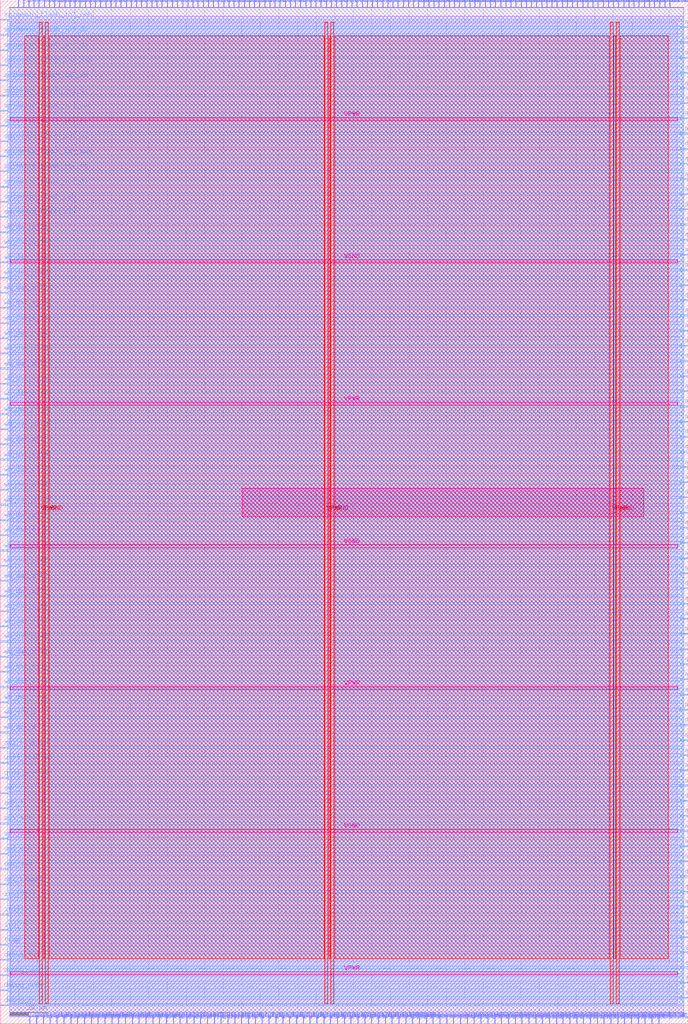
<source format=lef>
VERSION 5.7 ;
  NOWIREEXTENSIONATPIN ON ;
  DIVIDERCHAR "/" ;
  BUSBITCHARS "[]" ;
MACRO housekeeping
  CLASS BLOCK ;
  FOREIGN housekeeping ;
  ORIGIN 0.000 0.000 ;
  SIZE 370.230 BY 550.950 ;
  PIN VGND
    DIRECTION INOUT ;
    USE GROUND ;
    PORT
      LAYER met4 ;
        RECT 24.340 10.640 25.940 538.800 ;
    END
    PORT
      LAYER met4 ;
        RECT 177.940 10.640 179.540 538.800 ;
    END
    PORT
      LAYER met4 ;
        RECT 331.540 10.640 333.140 538.800 ;
    END
    PORT
      LAYER met5 ;
        RECT 5.280 103.080 364.560 104.680 ;
    END
    PORT
      LAYER met5 ;
        RECT 5.280 256.260 364.560 257.860 ;
    END
    PORT
      LAYER met5 ;
        RECT 5.280 409.440 364.560 411.040 ;
    END
  END VGND
  PIN VPWR
    DIRECTION INOUT ;
    USE POWER ;
    PORT
      LAYER met4 ;
        RECT 21.040 10.640 22.640 538.800 ;
    END
    PORT
      LAYER met4 ;
        RECT 174.640 10.640 176.240 538.800 ;
    END
    PORT
      LAYER met4 ;
        RECT 328.240 10.640 329.840 538.800 ;
    END
    PORT
      LAYER met5 ;
        RECT 5.280 26.490 364.560 28.090 ;
    END
    PORT
      LAYER met5 ;
        RECT 5.280 179.670 364.560 181.270 ;
    END
    PORT
      LAYER met5 ;
        RECT 5.280 332.850 364.560 334.450 ;
    END
    PORT
      LAYER met5 ;
        RECT 5.280 486.030 364.560 487.630 ;
    END
  END VPWR
  PIN debug_in
    DIRECTION OUTPUT TRISTATE ;
    USE SIGNAL ;
    PORT
      LAYER met3 ;
        RECT 0.000 9.560 4.000 10.160 ;
    END
  END debug_in
  PIN debug_mode
    DIRECTION INPUT ;
    USE SIGNAL ;
    PORT
      LAYER met3 ;
        RECT 0.000 17.720 4.000 18.320 ;
    END
  END debug_mode
  PIN debug_oeb
    DIRECTION INPUT ;
    USE SIGNAL ;
    PORT
      LAYER met3 ;
        RECT 0.000 25.880 4.000 26.480 ;
    END
  END debug_oeb
  PIN debug_out
    DIRECTION INPUT ;
    USE SIGNAL ;
    PORT
      LAYER met3 ;
        RECT 0.000 34.040 4.000 34.640 ;
    END
  END debug_out
  PIN irq[0]
    DIRECTION OUTPUT TRISTATE ;
    USE SIGNAL ;
    PORT
      LAYER met3 ;
        RECT 0.000 50.360 4.000 50.960 ;
    END
  END irq[0]
  PIN irq[1]
    DIRECTION OUTPUT TRISTATE ;
    USE SIGNAL ;
    PORT
      LAYER met3 ;
        RECT 0.000 58.520 4.000 59.120 ;
    END
  END irq[1]
  PIN irq[2]
    DIRECTION OUTPUT TRISTATE ;
    USE SIGNAL ;
    PORT
      LAYER met3 ;
        RECT 0.000 66.680 4.000 67.280 ;
    END
  END irq[2]
  PIN mask_rev_in[0]
    DIRECTION INPUT ;
    USE SIGNAL ;
    PORT
      LAYER met2 ;
        RECT 225.490 0.000 225.770 4.000 ;
    END
  END mask_rev_in[0]
  PIN mask_rev_in[10]
    DIRECTION INPUT ;
    USE SIGNAL ;
    PORT
      LAYER met2 ;
        RECT 262.290 0.000 262.570 4.000 ;
    END
  END mask_rev_in[10]
  PIN mask_rev_in[11]
    DIRECTION INPUT ;
    USE SIGNAL ;
    PORT
      LAYER met2 ;
        RECT 265.970 0.000 266.250 4.000 ;
    END
  END mask_rev_in[11]
  PIN mask_rev_in[12]
    DIRECTION INPUT ;
    USE SIGNAL ;
    PORT
      LAYER met2 ;
        RECT 269.650 0.000 269.930 4.000 ;
    END
  END mask_rev_in[12]
  PIN mask_rev_in[13]
    DIRECTION INPUT ;
    USE SIGNAL ;
    PORT
      LAYER met2 ;
        RECT 273.330 0.000 273.610 4.000 ;
    END
  END mask_rev_in[13]
  PIN mask_rev_in[14]
    DIRECTION INPUT ;
    USE SIGNAL ;
    PORT
      LAYER met2 ;
        RECT 277.010 0.000 277.290 4.000 ;
    END
  END mask_rev_in[14]
  PIN mask_rev_in[15]
    DIRECTION INPUT ;
    USE SIGNAL ;
    PORT
      LAYER met2 ;
        RECT 280.690 0.000 280.970 4.000 ;
    END
  END mask_rev_in[15]
  PIN mask_rev_in[16]
    DIRECTION INPUT ;
    USE SIGNAL ;
    PORT
      LAYER met2 ;
        RECT 284.370 0.000 284.650 4.000 ;
    END
  END mask_rev_in[16]
  PIN mask_rev_in[17]
    DIRECTION INPUT ;
    USE SIGNAL ;
    PORT
      LAYER met2 ;
        RECT 288.050 0.000 288.330 4.000 ;
    END
  END mask_rev_in[17]
  PIN mask_rev_in[18]
    DIRECTION INPUT ;
    USE SIGNAL ;
    PORT
      LAYER met2 ;
        RECT 291.730 0.000 292.010 4.000 ;
    END
  END mask_rev_in[18]
  PIN mask_rev_in[19]
    DIRECTION INPUT ;
    USE SIGNAL ;
    PORT
      LAYER met2 ;
        RECT 295.410 0.000 295.690 4.000 ;
    END
  END mask_rev_in[19]
  PIN mask_rev_in[1]
    DIRECTION INPUT ;
    USE SIGNAL ;
    PORT
      LAYER met2 ;
        RECT 229.170 0.000 229.450 4.000 ;
    END
  END mask_rev_in[1]
  PIN mask_rev_in[20]
    DIRECTION INPUT ;
    USE SIGNAL ;
    PORT
      LAYER met2 ;
        RECT 299.090 0.000 299.370 4.000 ;
    END
  END mask_rev_in[20]
  PIN mask_rev_in[21]
    DIRECTION INPUT ;
    USE SIGNAL ;
    PORT
      LAYER met2 ;
        RECT 302.770 0.000 303.050 4.000 ;
    END
  END mask_rev_in[21]
  PIN mask_rev_in[22]
    DIRECTION INPUT ;
    USE SIGNAL ;
    PORT
      LAYER met2 ;
        RECT 306.450 0.000 306.730 4.000 ;
    END
  END mask_rev_in[22]
  PIN mask_rev_in[23]
    DIRECTION INPUT ;
    USE SIGNAL ;
    PORT
      LAYER met2 ;
        RECT 310.130 0.000 310.410 4.000 ;
    END
  END mask_rev_in[23]
  PIN mask_rev_in[24]
    DIRECTION INPUT ;
    USE SIGNAL ;
    PORT
      LAYER met2 ;
        RECT 313.810 0.000 314.090 4.000 ;
    END
  END mask_rev_in[24]
  PIN mask_rev_in[25]
    DIRECTION INPUT ;
    USE SIGNAL ;
    PORT
      LAYER met2 ;
        RECT 317.490 0.000 317.770 4.000 ;
    END
  END mask_rev_in[25]
  PIN mask_rev_in[26]
    DIRECTION INPUT ;
    USE SIGNAL ;
    PORT
      LAYER met2 ;
        RECT 321.170 0.000 321.450 4.000 ;
    END
  END mask_rev_in[26]
  PIN mask_rev_in[27]
    DIRECTION INPUT ;
    USE SIGNAL ;
    PORT
      LAYER met2 ;
        RECT 324.850 0.000 325.130 4.000 ;
    END
  END mask_rev_in[27]
  PIN mask_rev_in[28]
    DIRECTION INPUT ;
    USE SIGNAL ;
    PORT
      LAYER met2 ;
        RECT 328.530 0.000 328.810 4.000 ;
    END
  END mask_rev_in[28]
  PIN mask_rev_in[29]
    DIRECTION INPUT ;
    USE SIGNAL ;
    PORT
      LAYER met2 ;
        RECT 332.210 0.000 332.490 4.000 ;
    END
  END mask_rev_in[29]
  PIN mask_rev_in[2]
    DIRECTION INPUT ;
    USE SIGNAL ;
    PORT
      LAYER met2 ;
        RECT 232.850 0.000 233.130 4.000 ;
    END
  END mask_rev_in[2]
  PIN mask_rev_in[30]
    DIRECTION INPUT ;
    USE SIGNAL ;
    PORT
      LAYER met2 ;
        RECT 335.890 0.000 336.170 4.000 ;
    END
  END mask_rev_in[30]
  PIN mask_rev_in[31]
    DIRECTION INPUT ;
    USE SIGNAL ;
    PORT
      LAYER met2 ;
        RECT 339.570 0.000 339.850 4.000 ;
    END
  END mask_rev_in[31]
  PIN mask_rev_in[3]
    DIRECTION INPUT ;
    USE SIGNAL ;
    PORT
      LAYER met2 ;
        RECT 236.530 0.000 236.810 4.000 ;
    END
  END mask_rev_in[3]
  PIN mask_rev_in[4]
    DIRECTION INPUT ;
    USE SIGNAL ;
    PORT
      LAYER met2 ;
        RECT 240.210 0.000 240.490 4.000 ;
    END
  END mask_rev_in[4]
  PIN mask_rev_in[5]
    DIRECTION INPUT ;
    USE SIGNAL ;
    PORT
      LAYER met2 ;
        RECT 243.890 0.000 244.170 4.000 ;
    END
  END mask_rev_in[5]
  PIN mask_rev_in[6]
    DIRECTION INPUT ;
    USE SIGNAL ;
    PORT
      LAYER met2 ;
        RECT 247.570 0.000 247.850 4.000 ;
    END
  END mask_rev_in[6]
  PIN mask_rev_in[7]
    DIRECTION INPUT ;
    USE SIGNAL ;
    PORT
      LAYER met2 ;
        RECT 251.250 0.000 251.530 4.000 ;
    END
  END mask_rev_in[7]
  PIN mask_rev_in[8]
    DIRECTION INPUT ;
    USE SIGNAL ;
    PORT
      LAYER met2 ;
        RECT 254.930 0.000 255.210 4.000 ;
    END
  END mask_rev_in[8]
  PIN mask_rev_in[9]
    DIRECTION INPUT ;
    USE SIGNAL ;
    PORT
      LAYER met2 ;
        RECT 258.610 0.000 258.890 4.000 ;
    END
  END mask_rev_in[9]
  PIN mgmt_gpio_in[0]
    DIRECTION INPUT ;
    USE SIGNAL ;
    PORT
      LAYER met3 ;
        RECT 366.230 54.440 370.230 55.040 ;
    END
  END mgmt_gpio_in[0]
  PIN mgmt_gpio_in[10]
    DIRECTION INPUT ;
    USE SIGNAL ;
    PORT
      LAYER met3 ;
        RECT 366.230 299.240 370.230 299.840 ;
    END
  END mgmt_gpio_in[10]
  PIN mgmt_gpio_in[11]
    DIRECTION INPUT ;
    USE SIGNAL ;
    PORT
      LAYER met3 ;
        RECT 366.230 323.720 370.230 324.320 ;
    END
  END mgmt_gpio_in[11]
  PIN mgmt_gpio_in[12]
    DIRECTION INPUT ;
    USE SIGNAL ;
    PORT
      LAYER met3 ;
        RECT 366.230 348.200 370.230 348.800 ;
    END
  END mgmt_gpio_in[12]
  PIN mgmt_gpio_in[13]
    DIRECTION INPUT ;
    USE SIGNAL ;
    PORT
      LAYER met3 ;
        RECT 366.230 372.680 370.230 373.280 ;
    END
  END mgmt_gpio_in[13]
  PIN mgmt_gpio_in[14]
    DIRECTION INPUT ;
    USE SIGNAL ;
    PORT
      LAYER met3 ;
        RECT 366.230 397.160 370.230 397.760 ;
    END
  END mgmt_gpio_in[14]
  PIN mgmt_gpio_in[15]
    DIRECTION INPUT ;
    USE SIGNAL ;
    PORT
      LAYER met3 ;
        RECT 366.230 421.640 370.230 422.240 ;
    END
  END mgmt_gpio_in[15]
  PIN mgmt_gpio_in[16]
    DIRECTION INPUT ;
    USE SIGNAL ;
    PORT
      LAYER met3 ;
        RECT 366.230 446.120 370.230 446.720 ;
    END
  END mgmt_gpio_in[16]
  PIN mgmt_gpio_in[17]
    DIRECTION INPUT ;
    USE SIGNAL ;
    PORT
      LAYER met3 ;
        RECT 366.230 470.600 370.230 471.200 ;
    END
  END mgmt_gpio_in[17]
  PIN mgmt_gpio_in[18]
    DIRECTION INPUT ;
    USE SIGNAL ;
    PORT
      LAYER met3 ;
        RECT 366.230 495.080 370.230 495.680 ;
    END
  END mgmt_gpio_in[18]
  PIN mgmt_gpio_in[19]
    DIRECTION INPUT ;
    USE SIGNAL ;
    PORT
      LAYER met3 ;
        RECT 366.230 519.560 370.230 520.160 ;
    END
  END mgmt_gpio_in[19]
  PIN mgmt_gpio_in[1]
    DIRECTION INPUT ;
    USE SIGNAL ;
    PORT
      LAYER met3 ;
        RECT 366.230 78.920 370.230 79.520 ;
    END
  END mgmt_gpio_in[1]
  PIN mgmt_gpio_in[20]
    DIRECTION INPUT ;
    USE SIGNAL ;
    PORT
      LAYER met2 ;
        RECT 213.990 546.950 214.270 550.950 ;
    END
  END mgmt_gpio_in[20]
  PIN mgmt_gpio_in[21]
    DIRECTION INPUT ;
    USE SIGNAL ;
    PORT
      LAYER met2 ;
        RECT 222.270 546.950 222.550 550.950 ;
    END
  END mgmt_gpio_in[21]
  PIN mgmt_gpio_in[22]
    DIRECTION INPUT ;
    USE SIGNAL ;
    PORT
      LAYER met2 ;
        RECT 230.550 546.950 230.830 550.950 ;
    END
  END mgmt_gpio_in[22]
  PIN mgmt_gpio_in[23]
    DIRECTION INPUT ;
    USE SIGNAL ;
    PORT
      LAYER met2 ;
        RECT 238.830 546.950 239.110 550.950 ;
    END
  END mgmt_gpio_in[23]
  PIN mgmt_gpio_in[24]
    DIRECTION INPUT ;
    USE SIGNAL ;
    PORT
      LAYER met2 ;
        RECT 247.110 546.950 247.390 550.950 ;
    END
  END mgmt_gpio_in[24]
  PIN mgmt_gpio_in[25]
    DIRECTION INPUT ;
    USE SIGNAL ;
    PORT
      LAYER met2 ;
        RECT 255.390 546.950 255.670 550.950 ;
    END
  END mgmt_gpio_in[25]
  PIN mgmt_gpio_in[26]
    DIRECTION INPUT ;
    USE SIGNAL ;
    PORT
      LAYER met2 ;
        RECT 263.670 546.950 263.950 550.950 ;
    END
  END mgmt_gpio_in[26]
  PIN mgmt_gpio_in[27]
    DIRECTION INPUT ;
    USE SIGNAL ;
    PORT
      LAYER met2 ;
        RECT 271.950 546.950 272.230 550.950 ;
    END
  END mgmt_gpio_in[27]
  PIN mgmt_gpio_in[28]
    DIRECTION INPUT ;
    USE SIGNAL ;
    PORT
      LAYER met2 ;
        RECT 280.230 546.950 280.510 550.950 ;
    END
  END mgmt_gpio_in[28]
  PIN mgmt_gpio_in[29]
    DIRECTION INPUT ;
    USE SIGNAL ;
    PORT
      LAYER met2 ;
        RECT 288.510 546.950 288.790 550.950 ;
    END
  END mgmt_gpio_in[29]
  PIN mgmt_gpio_in[2]
    DIRECTION INPUT ;
    USE SIGNAL ;
    PORT
      LAYER met3 ;
        RECT 366.230 103.400 370.230 104.000 ;
    END
  END mgmt_gpio_in[2]
  PIN mgmt_gpio_in[30]
    DIRECTION INPUT ;
    USE SIGNAL ;
    PORT
      LAYER met2 ;
        RECT 296.790 546.950 297.070 550.950 ;
    END
  END mgmt_gpio_in[30]
  PIN mgmt_gpio_in[31]
    DIRECTION INPUT ;
    USE SIGNAL ;
    PORT
      LAYER met2 ;
        RECT 305.070 546.950 305.350 550.950 ;
    END
  END mgmt_gpio_in[31]
  PIN mgmt_gpio_in[32]
    DIRECTION INPUT ;
    USE SIGNAL ;
    PORT
      LAYER met2 ;
        RECT 313.350 546.950 313.630 550.950 ;
    END
  END mgmt_gpio_in[32]
  PIN mgmt_gpio_in[33]
    DIRECTION INPUT ;
    USE SIGNAL ;
    PORT
      LAYER met2 ;
        RECT 321.630 546.950 321.910 550.950 ;
    END
  END mgmt_gpio_in[33]
  PIN mgmt_gpio_in[34]
    DIRECTION INPUT ;
    USE SIGNAL ;
    PORT
      LAYER met2 ;
        RECT 329.910 546.950 330.190 550.950 ;
    END
  END mgmt_gpio_in[34]
  PIN mgmt_gpio_in[35]
    DIRECTION INPUT ;
    USE SIGNAL ;
    PORT
      LAYER met2 ;
        RECT 338.190 546.950 338.470 550.950 ;
    END
  END mgmt_gpio_in[35]
  PIN mgmt_gpio_in[36]
    DIRECTION INPUT ;
    USE SIGNAL ;
    PORT
      LAYER met2 ;
        RECT 346.470 546.950 346.750 550.950 ;
    END
  END mgmt_gpio_in[36]
  PIN mgmt_gpio_in[37]
    DIRECTION INPUT ;
    USE SIGNAL ;
    PORT
      LAYER met2 ;
        RECT 354.750 546.950 355.030 550.950 ;
    END
  END mgmt_gpio_in[37]
  PIN mgmt_gpio_in[3]
    DIRECTION INPUT ;
    USE SIGNAL ;
    PORT
      LAYER met3 ;
        RECT 366.230 127.880 370.230 128.480 ;
    END
  END mgmt_gpio_in[3]
  PIN mgmt_gpio_in[4]
    DIRECTION INPUT ;
    USE SIGNAL ;
    PORT
      LAYER met3 ;
        RECT 366.230 152.360 370.230 152.960 ;
    END
  END mgmt_gpio_in[4]
  PIN mgmt_gpio_in[5]
    DIRECTION INPUT ;
    USE SIGNAL ;
    PORT
      LAYER met3 ;
        RECT 366.230 176.840 370.230 177.440 ;
    END
  END mgmt_gpio_in[5]
  PIN mgmt_gpio_in[6]
    DIRECTION INPUT ;
    USE SIGNAL ;
    PORT
      LAYER met3 ;
        RECT 366.230 201.320 370.230 201.920 ;
    END
  END mgmt_gpio_in[6]
  PIN mgmt_gpio_in[7]
    DIRECTION INPUT ;
    USE SIGNAL ;
    PORT
      LAYER met3 ;
        RECT 366.230 225.800 370.230 226.400 ;
    END
  END mgmt_gpio_in[7]
  PIN mgmt_gpio_in[8]
    DIRECTION INPUT ;
    USE SIGNAL ;
    PORT
      LAYER met3 ;
        RECT 366.230 250.280 370.230 250.880 ;
    END
  END mgmt_gpio_in[8]
  PIN mgmt_gpio_in[9]
    DIRECTION INPUT ;
    USE SIGNAL ;
    PORT
      LAYER met3 ;
        RECT 366.230 274.760 370.230 275.360 ;
    END
  END mgmt_gpio_in[9]
  PIN mgmt_gpio_oeb[0]
    DIRECTION OUTPUT TRISTATE ;
    USE SIGNAL ;
    PORT
      LAYER met3 ;
        RECT 366.230 62.600 370.230 63.200 ;
    END
  END mgmt_gpio_oeb[0]
  PIN mgmt_gpio_oeb[10]
    DIRECTION OUTPUT TRISTATE ;
    USE SIGNAL ;
    PORT
      LAYER met3 ;
        RECT 366.230 307.400 370.230 308.000 ;
    END
  END mgmt_gpio_oeb[10]
  PIN mgmt_gpio_oeb[11]
    DIRECTION OUTPUT TRISTATE ;
    USE SIGNAL ;
    PORT
      LAYER met3 ;
        RECT 366.230 331.880 370.230 332.480 ;
    END
  END mgmt_gpio_oeb[11]
  PIN mgmt_gpio_oeb[12]
    DIRECTION OUTPUT TRISTATE ;
    USE SIGNAL ;
    PORT
      LAYER met3 ;
        RECT 366.230 356.360 370.230 356.960 ;
    END
  END mgmt_gpio_oeb[12]
  PIN mgmt_gpio_oeb[13]
    DIRECTION OUTPUT TRISTATE ;
    USE SIGNAL ;
    PORT
      LAYER met3 ;
        RECT 366.230 380.840 370.230 381.440 ;
    END
  END mgmt_gpio_oeb[13]
  PIN mgmt_gpio_oeb[14]
    DIRECTION OUTPUT TRISTATE ;
    USE SIGNAL ;
    PORT
      LAYER met3 ;
        RECT 366.230 405.320 370.230 405.920 ;
    END
  END mgmt_gpio_oeb[14]
  PIN mgmt_gpio_oeb[15]
    DIRECTION OUTPUT TRISTATE ;
    USE SIGNAL ;
    PORT
      LAYER met3 ;
        RECT 366.230 429.800 370.230 430.400 ;
    END
  END mgmt_gpio_oeb[15]
  PIN mgmt_gpio_oeb[16]
    DIRECTION OUTPUT TRISTATE ;
    USE SIGNAL ;
    PORT
      LAYER met3 ;
        RECT 366.230 454.280 370.230 454.880 ;
    END
  END mgmt_gpio_oeb[16]
  PIN mgmt_gpio_oeb[17]
    DIRECTION OUTPUT TRISTATE ;
    USE SIGNAL ;
    PORT
      LAYER met3 ;
        RECT 366.230 478.760 370.230 479.360 ;
    END
  END mgmt_gpio_oeb[17]
  PIN mgmt_gpio_oeb[18]
    DIRECTION OUTPUT TRISTATE ;
    USE SIGNAL ;
    PORT
      LAYER met3 ;
        RECT 366.230 503.240 370.230 503.840 ;
    END
  END mgmt_gpio_oeb[18]
  PIN mgmt_gpio_oeb[19]
    DIRECTION OUTPUT TRISTATE ;
    USE SIGNAL ;
    PORT
      LAYER met3 ;
        RECT 366.230 527.720 370.230 528.320 ;
    END
  END mgmt_gpio_oeb[19]
  PIN mgmt_gpio_oeb[1]
    DIRECTION OUTPUT TRISTATE ;
    USE SIGNAL ;
    PORT
      LAYER met3 ;
        RECT 366.230 87.080 370.230 87.680 ;
    END
  END mgmt_gpio_oeb[1]
  PIN mgmt_gpio_oeb[20]
    DIRECTION OUTPUT TRISTATE ;
    USE SIGNAL ;
    PORT
      LAYER met2 ;
        RECT 216.750 546.950 217.030 550.950 ;
    END
  END mgmt_gpio_oeb[20]
  PIN mgmt_gpio_oeb[21]
    DIRECTION OUTPUT TRISTATE ;
    USE SIGNAL ;
    PORT
      LAYER met2 ;
        RECT 225.030 546.950 225.310 550.950 ;
    END
  END mgmt_gpio_oeb[21]
  PIN mgmt_gpio_oeb[22]
    DIRECTION OUTPUT TRISTATE ;
    USE SIGNAL ;
    PORT
      LAYER met2 ;
        RECT 233.310 546.950 233.590 550.950 ;
    END
  END mgmt_gpio_oeb[22]
  PIN mgmt_gpio_oeb[23]
    DIRECTION OUTPUT TRISTATE ;
    USE SIGNAL ;
    PORT
      LAYER met2 ;
        RECT 241.590 546.950 241.870 550.950 ;
    END
  END mgmt_gpio_oeb[23]
  PIN mgmt_gpio_oeb[24]
    DIRECTION OUTPUT TRISTATE ;
    USE SIGNAL ;
    PORT
      LAYER met2 ;
        RECT 249.870 546.950 250.150 550.950 ;
    END
  END mgmt_gpio_oeb[24]
  PIN mgmt_gpio_oeb[25]
    DIRECTION OUTPUT TRISTATE ;
    USE SIGNAL ;
    PORT
      LAYER met2 ;
        RECT 258.150 546.950 258.430 550.950 ;
    END
  END mgmt_gpio_oeb[25]
  PIN mgmt_gpio_oeb[26]
    DIRECTION OUTPUT TRISTATE ;
    USE SIGNAL ;
    PORT
      LAYER met2 ;
        RECT 266.430 546.950 266.710 550.950 ;
    END
  END mgmt_gpio_oeb[26]
  PIN mgmt_gpio_oeb[27]
    DIRECTION OUTPUT TRISTATE ;
    USE SIGNAL ;
    PORT
      LAYER met2 ;
        RECT 274.710 546.950 274.990 550.950 ;
    END
  END mgmt_gpio_oeb[27]
  PIN mgmt_gpio_oeb[28]
    DIRECTION OUTPUT TRISTATE ;
    USE SIGNAL ;
    PORT
      LAYER met2 ;
        RECT 282.990 546.950 283.270 550.950 ;
    END
  END mgmt_gpio_oeb[28]
  PIN mgmt_gpio_oeb[29]
    DIRECTION OUTPUT TRISTATE ;
    USE SIGNAL ;
    PORT
      LAYER met2 ;
        RECT 291.270 546.950 291.550 550.950 ;
    END
  END mgmt_gpio_oeb[29]
  PIN mgmt_gpio_oeb[2]
    DIRECTION OUTPUT TRISTATE ;
    USE SIGNAL ;
    PORT
      LAYER met3 ;
        RECT 366.230 111.560 370.230 112.160 ;
    END
  END mgmt_gpio_oeb[2]
  PIN mgmt_gpio_oeb[30]
    DIRECTION OUTPUT TRISTATE ;
    USE SIGNAL ;
    PORT
      LAYER met2 ;
        RECT 299.550 546.950 299.830 550.950 ;
    END
  END mgmt_gpio_oeb[30]
  PIN mgmt_gpio_oeb[31]
    DIRECTION OUTPUT TRISTATE ;
    USE SIGNAL ;
    PORT
      LAYER met2 ;
        RECT 307.830 546.950 308.110 550.950 ;
    END
  END mgmt_gpio_oeb[31]
  PIN mgmt_gpio_oeb[32]
    DIRECTION OUTPUT TRISTATE ;
    USE SIGNAL ;
    PORT
      LAYER met2 ;
        RECT 316.110 546.950 316.390 550.950 ;
    END
  END mgmt_gpio_oeb[32]
  PIN mgmt_gpio_oeb[33]
    DIRECTION OUTPUT TRISTATE ;
    USE SIGNAL ;
    PORT
      LAYER met2 ;
        RECT 324.390 546.950 324.670 550.950 ;
    END
  END mgmt_gpio_oeb[33]
  PIN mgmt_gpio_oeb[34]
    DIRECTION OUTPUT TRISTATE ;
    USE SIGNAL ;
    PORT
      LAYER met2 ;
        RECT 332.670 546.950 332.950 550.950 ;
    END
  END mgmt_gpio_oeb[34]
  PIN mgmt_gpio_oeb[35]
    DIRECTION OUTPUT TRISTATE ;
    USE SIGNAL ;
    PORT
      LAYER met2 ;
        RECT 340.950 546.950 341.230 550.950 ;
    END
  END mgmt_gpio_oeb[35]
  PIN mgmt_gpio_oeb[36]
    DIRECTION OUTPUT TRISTATE ;
    USE SIGNAL ;
    PORT
      LAYER met2 ;
        RECT 349.230 546.950 349.510 550.950 ;
    END
  END mgmt_gpio_oeb[36]
  PIN mgmt_gpio_oeb[37]
    DIRECTION OUTPUT TRISTATE ;
    USE SIGNAL ;
    PORT
      LAYER met2 ;
        RECT 357.510 546.950 357.790 550.950 ;
    END
  END mgmt_gpio_oeb[37]
  PIN mgmt_gpio_oeb[3]
    DIRECTION OUTPUT TRISTATE ;
    USE SIGNAL ;
    PORT
      LAYER met3 ;
        RECT 366.230 136.040 370.230 136.640 ;
    END
  END mgmt_gpio_oeb[3]
  PIN mgmt_gpio_oeb[4]
    DIRECTION OUTPUT TRISTATE ;
    USE SIGNAL ;
    PORT
      LAYER met3 ;
        RECT 366.230 160.520 370.230 161.120 ;
    END
  END mgmt_gpio_oeb[4]
  PIN mgmt_gpio_oeb[5]
    DIRECTION OUTPUT TRISTATE ;
    USE SIGNAL ;
    PORT
      LAYER met3 ;
        RECT 366.230 185.000 370.230 185.600 ;
    END
  END mgmt_gpio_oeb[5]
  PIN mgmt_gpio_oeb[6]
    DIRECTION OUTPUT TRISTATE ;
    USE SIGNAL ;
    PORT
      LAYER met3 ;
        RECT 366.230 209.480 370.230 210.080 ;
    END
  END mgmt_gpio_oeb[6]
  PIN mgmt_gpio_oeb[7]
    DIRECTION OUTPUT TRISTATE ;
    USE SIGNAL ;
    PORT
      LAYER met3 ;
        RECT 366.230 233.960 370.230 234.560 ;
    END
  END mgmt_gpio_oeb[7]
  PIN mgmt_gpio_oeb[8]
    DIRECTION OUTPUT TRISTATE ;
    USE SIGNAL ;
    PORT
      LAYER met3 ;
        RECT 366.230 258.440 370.230 259.040 ;
    END
  END mgmt_gpio_oeb[8]
  PIN mgmt_gpio_oeb[9]
    DIRECTION OUTPUT TRISTATE ;
    USE SIGNAL ;
    PORT
      LAYER met3 ;
        RECT 366.230 282.920 370.230 283.520 ;
    END
  END mgmt_gpio_oeb[9]
  PIN mgmt_gpio_out[0]
    DIRECTION OUTPUT TRISTATE ;
    USE SIGNAL ;
    PORT
      LAYER met3 ;
        RECT 366.230 70.760 370.230 71.360 ;
    END
  END mgmt_gpio_out[0]
  PIN mgmt_gpio_out[10]
    DIRECTION OUTPUT TRISTATE ;
    USE SIGNAL ;
    PORT
      LAYER met3 ;
        RECT 366.230 315.560 370.230 316.160 ;
    END
  END mgmt_gpio_out[10]
  PIN mgmt_gpio_out[11]
    DIRECTION OUTPUT TRISTATE ;
    USE SIGNAL ;
    PORT
      LAYER met3 ;
        RECT 366.230 340.040 370.230 340.640 ;
    END
  END mgmt_gpio_out[11]
  PIN mgmt_gpio_out[12]
    DIRECTION OUTPUT TRISTATE ;
    USE SIGNAL ;
    PORT
      LAYER met3 ;
        RECT 366.230 364.520 370.230 365.120 ;
    END
  END mgmt_gpio_out[12]
  PIN mgmt_gpio_out[13]
    DIRECTION OUTPUT TRISTATE ;
    USE SIGNAL ;
    PORT
      LAYER met3 ;
        RECT 366.230 389.000 370.230 389.600 ;
    END
  END mgmt_gpio_out[13]
  PIN mgmt_gpio_out[14]
    DIRECTION OUTPUT TRISTATE ;
    USE SIGNAL ;
    PORT
      LAYER met3 ;
        RECT 366.230 413.480 370.230 414.080 ;
    END
  END mgmt_gpio_out[14]
  PIN mgmt_gpio_out[15]
    DIRECTION OUTPUT TRISTATE ;
    USE SIGNAL ;
    PORT
      LAYER met3 ;
        RECT 366.230 437.960 370.230 438.560 ;
    END
  END mgmt_gpio_out[15]
  PIN mgmt_gpio_out[16]
    DIRECTION OUTPUT TRISTATE ;
    USE SIGNAL ;
    PORT
      LAYER met3 ;
        RECT 366.230 462.440 370.230 463.040 ;
    END
  END mgmt_gpio_out[16]
  PIN mgmt_gpio_out[17]
    DIRECTION OUTPUT TRISTATE ;
    USE SIGNAL ;
    PORT
      LAYER met3 ;
        RECT 366.230 486.920 370.230 487.520 ;
    END
  END mgmt_gpio_out[17]
  PIN mgmt_gpio_out[18]
    DIRECTION OUTPUT TRISTATE ;
    USE SIGNAL ;
    PORT
      LAYER met3 ;
        RECT 366.230 511.400 370.230 512.000 ;
    END
  END mgmt_gpio_out[18]
  PIN mgmt_gpio_out[19]
    DIRECTION OUTPUT TRISTATE ;
    USE SIGNAL ;
    PORT
      LAYER met3 ;
        RECT 366.230 535.880 370.230 536.480 ;
    END
  END mgmt_gpio_out[19]
  PIN mgmt_gpio_out[1]
    DIRECTION OUTPUT TRISTATE ;
    USE SIGNAL ;
    PORT
      LAYER met3 ;
        RECT 366.230 95.240 370.230 95.840 ;
    END
  END mgmt_gpio_out[1]
  PIN mgmt_gpio_out[20]
    DIRECTION OUTPUT TRISTATE ;
    USE SIGNAL ;
    PORT
      LAYER met2 ;
        RECT 219.510 546.950 219.790 550.950 ;
    END
  END mgmt_gpio_out[20]
  PIN mgmt_gpio_out[21]
    DIRECTION OUTPUT TRISTATE ;
    USE SIGNAL ;
    PORT
      LAYER met2 ;
        RECT 227.790 546.950 228.070 550.950 ;
    END
  END mgmt_gpio_out[21]
  PIN mgmt_gpio_out[22]
    DIRECTION OUTPUT TRISTATE ;
    USE SIGNAL ;
    PORT
      LAYER met2 ;
        RECT 236.070 546.950 236.350 550.950 ;
    END
  END mgmt_gpio_out[22]
  PIN mgmt_gpio_out[23]
    DIRECTION OUTPUT TRISTATE ;
    USE SIGNAL ;
    PORT
      LAYER met2 ;
        RECT 244.350 546.950 244.630 550.950 ;
    END
  END mgmt_gpio_out[23]
  PIN mgmt_gpio_out[24]
    DIRECTION OUTPUT TRISTATE ;
    USE SIGNAL ;
    PORT
      LAYER met2 ;
        RECT 252.630 546.950 252.910 550.950 ;
    END
  END mgmt_gpio_out[24]
  PIN mgmt_gpio_out[25]
    DIRECTION OUTPUT TRISTATE ;
    USE SIGNAL ;
    PORT
      LAYER met2 ;
        RECT 260.910 546.950 261.190 550.950 ;
    END
  END mgmt_gpio_out[25]
  PIN mgmt_gpio_out[26]
    DIRECTION OUTPUT TRISTATE ;
    USE SIGNAL ;
    PORT
      LAYER met2 ;
        RECT 269.190 546.950 269.470 550.950 ;
    END
  END mgmt_gpio_out[26]
  PIN mgmt_gpio_out[27]
    DIRECTION OUTPUT TRISTATE ;
    USE SIGNAL ;
    PORT
      LAYER met2 ;
        RECT 277.470 546.950 277.750 550.950 ;
    END
  END mgmt_gpio_out[27]
  PIN mgmt_gpio_out[28]
    DIRECTION OUTPUT TRISTATE ;
    USE SIGNAL ;
    PORT
      LAYER met2 ;
        RECT 285.750 546.950 286.030 550.950 ;
    END
  END mgmt_gpio_out[28]
  PIN mgmt_gpio_out[29]
    DIRECTION OUTPUT TRISTATE ;
    USE SIGNAL ;
    PORT
      LAYER met2 ;
        RECT 294.030 546.950 294.310 550.950 ;
    END
  END mgmt_gpio_out[29]
  PIN mgmt_gpio_out[2]
    DIRECTION OUTPUT TRISTATE ;
    USE SIGNAL ;
    PORT
      LAYER met3 ;
        RECT 366.230 119.720 370.230 120.320 ;
    END
  END mgmt_gpio_out[2]
  PIN mgmt_gpio_out[30]
    DIRECTION OUTPUT TRISTATE ;
    USE SIGNAL ;
    PORT
      LAYER met2 ;
        RECT 302.310 546.950 302.590 550.950 ;
    END
  END mgmt_gpio_out[30]
  PIN mgmt_gpio_out[31]
    DIRECTION OUTPUT TRISTATE ;
    USE SIGNAL ;
    PORT
      LAYER met2 ;
        RECT 310.590 546.950 310.870 550.950 ;
    END
  END mgmt_gpio_out[31]
  PIN mgmt_gpio_out[32]
    DIRECTION OUTPUT TRISTATE ;
    USE SIGNAL ;
    PORT
      LAYER met2 ;
        RECT 318.870 546.950 319.150 550.950 ;
    END
  END mgmt_gpio_out[32]
  PIN mgmt_gpio_out[33]
    DIRECTION OUTPUT TRISTATE ;
    USE SIGNAL ;
    PORT
      LAYER met2 ;
        RECT 327.150 546.950 327.430 550.950 ;
    END
  END mgmt_gpio_out[33]
  PIN mgmt_gpio_out[34]
    DIRECTION OUTPUT TRISTATE ;
    USE SIGNAL ;
    PORT
      LAYER met2 ;
        RECT 335.430 546.950 335.710 550.950 ;
    END
  END mgmt_gpio_out[34]
  PIN mgmt_gpio_out[35]
    DIRECTION OUTPUT TRISTATE ;
    USE SIGNAL ;
    PORT
      LAYER met2 ;
        RECT 343.710 546.950 343.990 550.950 ;
    END
  END mgmt_gpio_out[35]
  PIN mgmt_gpio_out[36]
    DIRECTION OUTPUT TRISTATE ;
    USE SIGNAL ;
    PORT
      LAYER met2 ;
        RECT 351.990 546.950 352.270 550.950 ;
    END
  END mgmt_gpio_out[36]
  PIN mgmt_gpio_out[37]
    DIRECTION OUTPUT TRISTATE ;
    USE SIGNAL ;
    PORT
      LAYER met2 ;
        RECT 360.270 546.950 360.550 550.950 ;
    END
  END mgmt_gpio_out[37]
  PIN mgmt_gpio_out[3]
    DIRECTION OUTPUT TRISTATE ;
    USE SIGNAL ;
    PORT
      LAYER met3 ;
        RECT 366.230 144.200 370.230 144.800 ;
    END
  END mgmt_gpio_out[3]
  PIN mgmt_gpio_out[4]
    DIRECTION OUTPUT TRISTATE ;
    USE SIGNAL ;
    PORT
      LAYER met3 ;
        RECT 366.230 168.680 370.230 169.280 ;
    END
  END mgmt_gpio_out[4]
  PIN mgmt_gpio_out[5]
    DIRECTION OUTPUT TRISTATE ;
    USE SIGNAL ;
    PORT
      LAYER met3 ;
        RECT 366.230 193.160 370.230 193.760 ;
    END
  END mgmt_gpio_out[5]
  PIN mgmt_gpio_out[6]
    DIRECTION OUTPUT TRISTATE ;
    USE SIGNAL ;
    PORT
      LAYER met3 ;
        RECT 366.230 217.640 370.230 218.240 ;
    END
  END mgmt_gpio_out[6]
  PIN mgmt_gpio_out[7]
    DIRECTION OUTPUT TRISTATE ;
    USE SIGNAL ;
    PORT
      LAYER met3 ;
        RECT 366.230 242.120 370.230 242.720 ;
    END
  END mgmt_gpio_out[7]
  PIN mgmt_gpio_out[8]
    DIRECTION OUTPUT TRISTATE ;
    USE SIGNAL ;
    PORT
      LAYER met3 ;
        RECT 366.230 266.600 370.230 267.200 ;
    END
  END mgmt_gpio_out[8]
  PIN mgmt_gpio_out[9]
    DIRECTION OUTPUT TRISTATE ;
    USE SIGNAL ;
    PORT
      LAYER met3 ;
        RECT 366.230 291.080 370.230 291.680 ;
    END
  END mgmt_gpio_out[9]
  PIN pad_flash_clk
    DIRECTION OUTPUT TRISTATE ;
    USE SIGNAL ;
    PORT
      LAYER met2 ;
        RECT 19.410 0.000 19.690 4.000 ;
    END
  END pad_flash_clk
  PIN pad_flash_clk_oeb
    DIRECTION OUTPUT TRISTATE ;
    USE SIGNAL ;
    PORT
      LAYER met2 ;
        RECT 23.090 0.000 23.370 4.000 ;
    END
  END pad_flash_clk_oeb
  PIN pad_flash_csb
    DIRECTION OUTPUT TRISTATE ;
    USE SIGNAL ;
    PORT
      LAYER met2 ;
        RECT 26.770 0.000 27.050 4.000 ;
    END
  END pad_flash_csb
  PIN pad_flash_csb_oeb
    DIRECTION OUTPUT TRISTATE ;
    USE SIGNAL ;
    PORT
      LAYER met2 ;
        RECT 30.450 0.000 30.730 4.000 ;
    END
  END pad_flash_csb_oeb
  PIN pad_flash_io0_di
    DIRECTION INPUT ;
    USE SIGNAL ;
    PORT
      LAYER met2 ;
        RECT 34.130 0.000 34.410 4.000 ;
    END
  END pad_flash_io0_di
  PIN pad_flash_io0_do
    DIRECTION OUTPUT TRISTATE ;
    USE SIGNAL ;
    PORT
      LAYER met2 ;
        RECT 37.810 0.000 38.090 4.000 ;
    END
  END pad_flash_io0_do
  PIN pad_flash_io0_ieb
    DIRECTION OUTPUT TRISTATE ;
    USE SIGNAL ;
    PORT
      LAYER met2 ;
        RECT 41.490 0.000 41.770 4.000 ;
    END
  END pad_flash_io0_ieb
  PIN pad_flash_io0_oeb
    DIRECTION OUTPUT TRISTATE ;
    USE SIGNAL ;
    PORT
      LAYER met2 ;
        RECT 45.170 0.000 45.450 4.000 ;
    END
  END pad_flash_io0_oeb
  PIN pad_flash_io1_di
    DIRECTION INPUT ;
    USE SIGNAL ;
    PORT
      LAYER met2 ;
        RECT 48.850 0.000 49.130 4.000 ;
    END
  END pad_flash_io1_di
  PIN pad_flash_io1_do
    DIRECTION OUTPUT TRISTATE ;
    USE SIGNAL ;
    PORT
      LAYER met2 ;
        RECT 52.530 0.000 52.810 4.000 ;
    END
  END pad_flash_io1_do
  PIN pad_flash_io1_ieb
    DIRECTION OUTPUT TRISTATE ;
    USE SIGNAL ;
    PORT
      LAYER met2 ;
        RECT 56.210 0.000 56.490 4.000 ;
    END
  END pad_flash_io1_ieb
  PIN pad_flash_io1_oeb
    DIRECTION OUTPUT TRISTATE ;
    USE SIGNAL ;
    PORT
      LAYER met2 ;
        RECT 59.890 0.000 60.170 4.000 ;
    END
  END pad_flash_io1_oeb
  PIN pll90_sel[0]
    DIRECTION OUTPUT TRISTATE ;
    USE SIGNAL ;
    PORT
      LAYER met2 ;
        RECT 107.730 0.000 108.010 4.000 ;
    END
  END pll90_sel[0]
  PIN pll90_sel[1]
    DIRECTION OUTPUT TRISTATE ;
    USE SIGNAL ;
    PORT
      LAYER met2 ;
        RECT 111.410 0.000 111.690 4.000 ;
    END
  END pll90_sel[1]
  PIN pll90_sel[2]
    DIRECTION OUTPUT TRISTATE ;
    USE SIGNAL ;
    PORT
      LAYER met2 ;
        RECT 115.090 0.000 115.370 4.000 ;
    END
  END pll90_sel[2]
  PIN pll_bypass
    DIRECTION OUTPUT TRISTATE ;
    USE SIGNAL ;
    PORT
      LAYER met2 ;
        RECT 214.450 0.000 214.730 4.000 ;
    END
  END pll_bypass
  PIN pll_dco_ena
    DIRECTION OUTPUT TRISTATE ;
    USE SIGNAL ;
    PORT
      LAYER met2 ;
        RECT 74.610 0.000 74.890 4.000 ;
    END
  END pll_dco_ena
  PIN pll_div[0]
    DIRECTION OUTPUT TRISTATE ;
    USE SIGNAL ;
    PORT
      LAYER met2 ;
        RECT 78.290 0.000 78.570 4.000 ;
    END
  END pll_div[0]
  PIN pll_div[1]
    DIRECTION OUTPUT TRISTATE ;
    USE SIGNAL ;
    PORT
      LAYER met2 ;
        RECT 81.970 0.000 82.250 4.000 ;
    END
  END pll_div[1]
  PIN pll_div[2]
    DIRECTION OUTPUT TRISTATE ;
    USE SIGNAL ;
    PORT
      LAYER met2 ;
        RECT 85.650 0.000 85.930 4.000 ;
    END
  END pll_div[2]
  PIN pll_div[3]
    DIRECTION OUTPUT TRISTATE ;
    USE SIGNAL ;
    PORT
      LAYER met2 ;
        RECT 89.330 0.000 89.610 4.000 ;
    END
  END pll_div[3]
  PIN pll_div[4]
    DIRECTION OUTPUT TRISTATE ;
    USE SIGNAL ;
    PORT
      LAYER met2 ;
        RECT 93.010 0.000 93.290 4.000 ;
    END
  END pll_div[4]
  PIN pll_ena
    DIRECTION OUTPUT TRISTATE ;
    USE SIGNAL ;
    PORT
      LAYER met2 ;
        RECT 70.930 0.000 71.210 4.000 ;
    END
  END pll_ena
  PIN pll_sel[0]
    DIRECTION OUTPUT TRISTATE ;
    USE SIGNAL ;
    PORT
      LAYER met2 ;
        RECT 96.690 0.000 96.970 4.000 ;
    END
  END pll_sel[0]
  PIN pll_sel[1]
    DIRECTION OUTPUT TRISTATE ;
    USE SIGNAL ;
    PORT
      LAYER met2 ;
        RECT 100.370 0.000 100.650 4.000 ;
    END
  END pll_sel[1]
  PIN pll_sel[2]
    DIRECTION OUTPUT TRISTATE ;
    USE SIGNAL ;
    PORT
      LAYER met2 ;
        RECT 104.050 0.000 104.330 4.000 ;
    END
  END pll_sel[2]
  PIN pll_trim[0]
    DIRECTION OUTPUT TRISTATE ;
    USE SIGNAL ;
    PORT
      LAYER met2 ;
        RECT 118.770 0.000 119.050 4.000 ;
    END
  END pll_trim[0]
  PIN pll_trim[10]
    DIRECTION OUTPUT TRISTATE ;
    USE SIGNAL ;
    PORT
      LAYER met2 ;
        RECT 155.570 0.000 155.850 4.000 ;
    END
  END pll_trim[10]
  PIN pll_trim[11]
    DIRECTION OUTPUT TRISTATE ;
    USE SIGNAL ;
    PORT
      LAYER met2 ;
        RECT 159.250 0.000 159.530 4.000 ;
    END
  END pll_trim[11]
  PIN pll_trim[12]
    DIRECTION OUTPUT TRISTATE ;
    USE SIGNAL ;
    PORT
      LAYER met2 ;
        RECT 162.930 0.000 163.210 4.000 ;
    END
  END pll_trim[12]
  PIN pll_trim[13]
    DIRECTION OUTPUT TRISTATE ;
    USE SIGNAL ;
    PORT
      LAYER met2 ;
        RECT 166.610 0.000 166.890 4.000 ;
    END
  END pll_trim[13]
  PIN pll_trim[14]
    DIRECTION OUTPUT TRISTATE ;
    USE SIGNAL ;
    PORT
      LAYER met2 ;
        RECT 170.290 0.000 170.570 4.000 ;
    END
  END pll_trim[14]
  PIN pll_trim[15]
    DIRECTION OUTPUT TRISTATE ;
    USE SIGNAL ;
    PORT
      LAYER met2 ;
        RECT 173.970 0.000 174.250 4.000 ;
    END
  END pll_trim[15]
  PIN pll_trim[16]
    DIRECTION OUTPUT TRISTATE ;
    USE SIGNAL ;
    PORT
      LAYER met2 ;
        RECT 177.650 0.000 177.930 4.000 ;
    END
  END pll_trim[16]
  PIN pll_trim[17]
    DIRECTION OUTPUT TRISTATE ;
    USE SIGNAL ;
    PORT
      LAYER met2 ;
        RECT 181.330 0.000 181.610 4.000 ;
    END
  END pll_trim[17]
  PIN pll_trim[18]
    DIRECTION OUTPUT TRISTATE ;
    USE SIGNAL ;
    PORT
      LAYER met2 ;
        RECT 185.010 0.000 185.290 4.000 ;
    END
  END pll_trim[18]
  PIN pll_trim[19]
    DIRECTION OUTPUT TRISTATE ;
    USE SIGNAL ;
    PORT
      LAYER met2 ;
        RECT 188.690 0.000 188.970 4.000 ;
    END
  END pll_trim[19]
  PIN pll_trim[1]
    DIRECTION OUTPUT TRISTATE ;
    USE SIGNAL ;
    PORT
      LAYER met2 ;
        RECT 122.450 0.000 122.730 4.000 ;
    END
  END pll_trim[1]
  PIN pll_trim[20]
    DIRECTION OUTPUT TRISTATE ;
    USE SIGNAL ;
    PORT
      LAYER met2 ;
        RECT 192.370 0.000 192.650 4.000 ;
    END
  END pll_trim[20]
  PIN pll_trim[21]
    DIRECTION OUTPUT TRISTATE ;
    USE SIGNAL ;
    PORT
      LAYER met2 ;
        RECT 196.050 0.000 196.330 4.000 ;
    END
  END pll_trim[21]
  PIN pll_trim[22]
    DIRECTION OUTPUT TRISTATE ;
    USE SIGNAL ;
    PORT
      LAYER met2 ;
        RECT 199.730 0.000 200.010 4.000 ;
    END
  END pll_trim[22]
  PIN pll_trim[23]
    DIRECTION OUTPUT TRISTATE ;
    USE SIGNAL ;
    PORT
      LAYER met2 ;
        RECT 203.410 0.000 203.690 4.000 ;
    END
  END pll_trim[23]
  PIN pll_trim[24]
    DIRECTION OUTPUT TRISTATE ;
    USE SIGNAL ;
    PORT
      LAYER met2 ;
        RECT 207.090 0.000 207.370 4.000 ;
    END
  END pll_trim[24]
  PIN pll_trim[25]
    DIRECTION OUTPUT TRISTATE ;
    USE SIGNAL ;
    PORT
      LAYER met2 ;
        RECT 210.770 0.000 211.050 4.000 ;
    END
  END pll_trim[25]
  PIN pll_trim[2]
    DIRECTION OUTPUT TRISTATE ;
    USE SIGNAL ;
    PORT
      LAYER met2 ;
        RECT 126.130 0.000 126.410 4.000 ;
    END
  END pll_trim[2]
  PIN pll_trim[3]
    DIRECTION OUTPUT TRISTATE ;
    USE SIGNAL ;
    PORT
      LAYER met2 ;
        RECT 129.810 0.000 130.090 4.000 ;
    END
  END pll_trim[3]
  PIN pll_trim[4]
    DIRECTION OUTPUT TRISTATE ;
    USE SIGNAL ;
    PORT
      LAYER met2 ;
        RECT 133.490 0.000 133.770 4.000 ;
    END
  END pll_trim[4]
  PIN pll_trim[5]
    DIRECTION OUTPUT TRISTATE ;
    USE SIGNAL ;
    PORT
      LAYER met2 ;
        RECT 137.170 0.000 137.450 4.000 ;
    END
  END pll_trim[5]
  PIN pll_trim[6]
    DIRECTION OUTPUT TRISTATE ;
    USE SIGNAL ;
    PORT
      LAYER met2 ;
        RECT 140.850 0.000 141.130 4.000 ;
    END
  END pll_trim[6]
  PIN pll_trim[7]
    DIRECTION OUTPUT TRISTATE ;
    USE SIGNAL ;
    PORT
      LAYER met2 ;
        RECT 144.530 0.000 144.810 4.000 ;
    END
  END pll_trim[7]
  PIN pll_trim[8]
    DIRECTION OUTPUT TRISTATE ;
    USE SIGNAL ;
    PORT
      LAYER met2 ;
        RECT 148.210 0.000 148.490 4.000 ;
    END
  END pll_trim[8]
  PIN pll_trim[9]
    DIRECTION OUTPUT TRISTATE ;
    USE SIGNAL ;
    PORT
      LAYER met2 ;
        RECT 151.890 0.000 152.170 4.000 ;
    END
  END pll_trim[9]
  PIN porb
    DIRECTION INPUT ;
    USE SIGNAL ;
    PORT
      LAYER met2 ;
        RECT 63.570 0.000 63.850 4.000 ;
    END
  END porb
  PIN pwr_ctrl_out[0]
    DIRECTION OUTPUT TRISTATE ;
    USE SIGNAL ;
    PORT
      LAYER met2 ;
        RECT 343.250 0.000 343.530 4.000 ;
    END
  END pwr_ctrl_out[0]
  PIN pwr_ctrl_out[1]
    DIRECTION OUTPUT TRISTATE ;
    USE SIGNAL ;
    PORT
      LAYER met2 ;
        RECT 346.930 0.000 347.210 4.000 ;
    END
  END pwr_ctrl_out[1]
  PIN pwr_ctrl_out[2]
    DIRECTION OUTPUT TRISTATE ;
    USE SIGNAL ;
    PORT
      LAYER met2 ;
        RECT 350.610 0.000 350.890 4.000 ;
    END
  END pwr_ctrl_out[2]
  PIN pwr_ctrl_out[3]
    DIRECTION OUTPUT TRISTATE ;
    USE SIGNAL ;
    PORT
      LAYER met2 ;
        RECT 354.290 0.000 354.570 4.000 ;
    END
  END pwr_ctrl_out[3]
  PIN qspi_enabled
    DIRECTION INPUT ;
    USE SIGNAL ;
    PORT
      LAYER met3 ;
        RECT 0.000 131.960 4.000 132.560 ;
    END
  END qspi_enabled
  PIN reset
    DIRECTION OUTPUT TRISTATE ;
    USE SIGNAL ;
    PORT
      LAYER met2 ;
        RECT 67.250 0.000 67.530 4.000 ;
    END
  END reset
  PIN ser_rx
    DIRECTION OUTPUT TRISTATE ;
    USE SIGNAL ;
    PORT
      LAYER met3 ;
        RECT 0.000 123.800 4.000 124.400 ;
    END
  END ser_rx
  PIN ser_tx
    DIRECTION INPUT ;
    USE SIGNAL ;
    PORT
      LAYER met3 ;
        RECT 0.000 115.640 4.000 116.240 ;
    END
  END ser_tx
  PIN serial_clock
    DIRECTION OUTPUT TRISTATE ;
    USE SIGNAL ;
    PORT
      LAYER met3 ;
        RECT 366.230 13.640 370.230 14.240 ;
    END
  END serial_clock
  PIN serial_data_1
    DIRECTION OUTPUT TRISTATE ;
    USE SIGNAL ;
    PORT
      LAYER met3 ;
        RECT 366.230 38.120 370.230 38.720 ;
    END
  END serial_data_1
  PIN serial_data_2
    DIRECTION OUTPUT TRISTATE ;
    USE SIGNAL ;
    PORT
      LAYER met3 ;
        RECT 366.230 46.280 370.230 46.880 ;
    END
  END serial_data_2
  PIN serial_load
    DIRECTION OUTPUT TRISTATE ;
    USE SIGNAL ;
    PORT
      LAYER met3 ;
        RECT 366.230 29.960 370.230 30.560 ;
    END
  END serial_load
  PIN serial_resetn
    DIRECTION OUTPUT TRISTATE ;
    USE SIGNAL ;
    PORT
      LAYER met3 ;
        RECT 366.230 21.800 370.230 22.400 ;
    END
  END serial_resetn
  PIN spi_csb
    DIRECTION INPUT ;
    USE SIGNAL ;
    PORT
      LAYER met3 ;
        RECT 0.000 99.320 4.000 99.920 ;
    END
  END spi_csb
  PIN spi_enabled
    DIRECTION INPUT ;
    USE SIGNAL ;
    PORT
      LAYER met3 ;
        RECT 0.000 148.280 4.000 148.880 ;
    END
  END spi_enabled
  PIN spi_sck
    DIRECTION INPUT ;
    USE SIGNAL ;
    PORT
      LAYER met3 ;
        RECT 0.000 91.160 4.000 91.760 ;
    END
  END spi_sck
  PIN spi_sdi
    DIRECTION OUTPUT TRISTATE ;
    USE SIGNAL ;
    PORT
      LAYER met3 ;
        RECT 0.000 107.480 4.000 108.080 ;
    END
  END spi_sdi
  PIN spi_sdo
    DIRECTION INPUT ;
    USE SIGNAL ;
    PORT
      LAYER met3 ;
        RECT 0.000 83.000 4.000 83.600 ;
    END
  END spi_sdo
  PIN spi_sdoenb
    DIRECTION INPUT ;
    USE SIGNAL ;
    PORT
      LAYER met3 ;
        RECT 0.000 74.840 4.000 75.440 ;
    END
  END spi_sdoenb
  PIN spimemio_flash_clk
    DIRECTION INPUT ;
    USE SIGNAL ;
    PORT
      LAYER met3 ;
        RECT 0.000 433.880 4.000 434.480 ;
    END
  END spimemio_flash_clk
  PIN spimemio_flash_csb
    DIRECTION INPUT ;
    USE SIGNAL ;
    PORT
      LAYER met3 ;
        RECT 0.000 442.040 4.000 442.640 ;
    END
  END spimemio_flash_csb
  PIN spimemio_flash_io0_di
    DIRECTION OUTPUT TRISTATE ;
    USE SIGNAL ;
    PORT
      LAYER met3 ;
        RECT 0.000 450.200 4.000 450.800 ;
    END
  END spimemio_flash_io0_di
  PIN spimemio_flash_io0_do
    DIRECTION INPUT ;
    USE SIGNAL ;
    PORT
      LAYER met3 ;
        RECT 0.000 458.360 4.000 458.960 ;
    END
  END spimemio_flash_io0_do
  PIN spimemio_flash_io0_oeb
    DIRECTION INPUT ;
    USE SIGNAL ;
    PORT
      LAYER met3 ;
        RECT 0.000 466.520 4.000 467.120 ;
    END
  END spimemio_flash_io0_oeb
  PIN spimemio_flash_io1_di
    DIRECTION OUTPUT TRISTATE ;
    USE SIGNAL ;
    PORT
      LAYER met3 ;
        RECT 0.000 474.680 4.000 475.280 ;
    END
  END spimemio_flash_io1_di
  PIN spimemio_flash_io1_do
    DIRECTION INPUT ;
    USE SIGNAL ;
    PORT
      LAYER met3 ;
        RECT 0.000 482.840 4.000 483.440 ;
    END
  END spimemio_flash_io1_do
  PIN spimemio_flash_io1_oeb
    DIRECTION INPUT ;
    USE SIGNAL ;
    PORT
      LAYER met3 ;
        RECT 0.000 491.000 4.000 491.600 ;
    END
  END spimemio_flash_io1_oeb
  PIN spimemio_flash_io2_di
    DIRECTION OUTPUT TRISTATE ;
    USE SIGNAL ;
    PORT
      LAYER met3 ;
        RECT 0.000 499.160 4.000 499.760 ;
    END
  END spimemio_flash_io2_di
  PIN spimemio_flash_io2_do
    DIRECTION INPUT ;
    USE SIGNAL ;
    PORT
      LAYER met3 ;
        RECT 0.000 507.320 4.000 507.920 ;
    END
  END spimemio_flash_io2_do
  PIN spimemio_flash_io2_oeb
    DIRECTION INPUT ;
    USE SIGNAL ;
    PORT
      LAYER met3 ;
        RECT 0.000 515.480 4.000 516.080 ;
    END
  END spimemio_flash_io2_oeb
  PIN spimemio_flash_io3_di
    DIRECTION OUTPUT TRISTATE ;
    USE SIGNAL ;
    PORT
      LAYER met3 ;
        RECT 0.000 523.640 4.000 524.240 ;
    END
  END spimemio_flash_io3_di
  PIN spimemio_flash_io3_do
    DIRECTION INPUT ;
    USE SIGNAL ;
    PORT
      LAYER met3 ;
        RECT 0.000 531.800 4.000 532.400 ;
    END
  END spimemio_flash_io3_do
  PIN spimemio_flash_io3_oeb
    DIRECTION INPUT ;
    USE SIGNAL ;
    PORT
      LAYER met3 ;
        RECT 0.000 539.960 4.000 540.560 ;
    END
  END spimemio_flash_io3_oeb
  PIN trap
    DIRECTION INPUT ;
    USE SIGNAL ;
    PORT
      LAYER met3 ;
        RECT 0.000 42.200 4.000 42.800 ;
    END
  END trap
  PIN uart_enabled
    DIRECTION INPUT ;
    USE SIGNAL ;
    PORT
      LAYER met3 ;
        RECT 0.000 140.120 4.000 140.720 ;
    END
  END uart_enabled
  PIN user_clock
    DIRECTION INPUT ;
    USE SIGNAL ;
    PORT
      LAYER met2 ;
        RECT 15.730 0.000 16.010 4.000 ;
    END
  END user_clock
  PIN usr1_vcc_pwrgood
    DIRECTION INPUT ;
    USE SIGNAL ;
    PORT
      LAYER met2 ;
        RECT 202.950 546.950 203.230 550.950 ;
    END
  END usr1_vcc_pwrgood
  PIN usr1_vdd_pwrgood
    DIRECTION INPUT ;
    USE SIGNAL ;
    PORT
      LAYER met2 ;
        RECT 208.470 546.950 208.750 550.950 ;
    END
  END usr1_vdd_pwrgood
  PIN usr2_vcc_pwrgood
    DIRECTION INPUT ;
    USE SIGNAL ;
    PORT
      LAYER met2 ;
        RECT 205.710 546.950 205.990 550.950 ;
    END
  END usr2_vcc_pwrgood
  PIN usr2_vdd_pwrgood
    DIRECTION INPUT ;
    USE SIGNAL ;
    PORT
      LAYER met2 ;
        RECT 211.230 546.950 211.510 550.950 ;
    END
  END usr2_vdd_pwrgood
  PIN wb_ack_o
    DIRECTION OUTPUT TRISTATE ;
    USE SIGNAL ;
    PORT
      LAYER met3 ;
        RECT 0.000 156.440 4.000 157.040 ;
    END
  END wb_ack_o
  PIN wb_adr_i[0]
    DIRECTION INPUT ;
    USE SIGNAL ;
    PORT
      LAYER met2 ;
        RECT 9.750 546.950 10.030 550.950 ;
    END
  END wb_adr_i[0]
  PIN wb_adr_i[10]
    DIRECTION INPUT ;
    USE SIGNAL ;
    PORT
      LAYER met2 ;
        RECT 37.350 546.950 37.630 550.950 ;
    END
  END wb_adr_i[10]
  PIN wb_adr_i[11]
    DIRECTION INPUT ;
    USE SIGNAL ;
    PORT
      LAYER met2 ;
        RECT 40.110 546.950 40.390 550.950 ;
    END
  END wb_adr_i[11]
  PIN wb_adr_i[12]
    DIRECTION INPUT ;
    USE SIGNAL ;
    PORT
      LAYER met2 ;
        RECT 42.870 546.950 43.150 550.950 ;
    END
  END wb_adr_i[12]
  PIN wb_adr_i[13]
    DIRECTION INPUT ;
    USE SIGNAL ;
    PORT
      LAYER met2 ;
        RECT 45.630 546.950 45.910 550.950 ;
    END
  END wb_adr_i[13]
  PIN wb_adr_i[14]
    DIRECTION INPUT ;
    USE SIGNAL ;
    PORT
      LAYER met2 ;
        RECT 48.390 546.950 48.670 550.950 ;
    END
  END wb_adr_i[14]
  PIN wb_adr_i[15]
    DIRECTION INPUT ;
    USE SIGNAL ;
    PORT
      LAYER met2 ;
        RECT 51.150 546.950 51.430 550.950 ;
    END
  END wb_adr_i[15]
  PIN wb_adr_i[16]
    DIRECTION INPUT ;
    USE SIGNAL ;
    PORT
      LAYER met2 ;
        RECT 53.910 546.950 54.190 550.950 ;
    END
  END wb_adr_i[16]
  PIN wb_adr_i[17]
    DIRECTION INPUT ;
    USE SIGNAL ;
    PORT
      LAYER met2 ;
        RECT 56.670 546.950 56.950 550.950 ;
    END
  END wb_adr_i[17]
  PIN wb_adr_i[18]
    DIRECTION INPUT ;
    USE SIGNAL ;
    PORT
      LAYER met2 ;
        RECT 59.430 546.950 59.710 550.950 ;
    END
  END wb_adr_i[18]
  PIN wb_adr_i[19]
    DIRECTION INPUT ;
    USE SIGNAL ;
    PORT
      LAYER met2 ;
        RECT 62.190 546.950 62.470 550.950 ;
    END
  END wb_adr_i[19]
  PIN wb_adr_i[1]
    DIRECTION INPUT ;
    USE SIGNAL ;
    PORT
      LAYER met2 ;
        RECT 12.510 546.950 12.790 550.950 ;
    END
  END wb_adr_i[1]
  PIN wb_adr_i[20]
    DIRECTION INPUT ;
    USE SIGNAL ;
    PORT
      LAYER met2 ;
        RECT 64.950 546.950 65.230 550.950 ;
    END
  END wb_adr_i[20]
  PIN wb_adr_i[21]
    DIRECTION INPUT ;
    USE SIGNAL ;
    PORT
      LAYER met2 ;
        RECT 67.710 546.950 67.990 550.950 ;
    END
  END wb_adr_i[21]
  PIN wb_adr_i[22]
    DIRECTION INPUT ;
    USE SIGNAL ;
    PORT
      LAYER met2 ;
        RECT 70.470 546.950 70.750 550.950 ;
    END
  END wb_adr_i[22]
  PIN wb_adr_i[23]
    DIRECTION INPUT ;
    USE SIGNAL ;
    PORT
      LAYER met2 ;
        RECT 73.230 546.950 73.510 550.950 ;
    END
  END wb_adr_i[23]
  PIN wb_adr_i[24]
    DIRECTION INPUT ;
    USE SIGNAL ;
    PORT
      LAYER met2 ;
        RECT 75.990 546.950 76.270 550.950 ;
    END
  END wb_adr_i[24]
  PIN wb_adr_i[25]
    DIRECTION INPUT ;
    USE SIGNAL ;
    PORT
      LAYER met2 ;
        RECT 78.750 546.950 79.030 550.950 ;
    END
  END wb_adr_i[25]
  PIN wb_adr_i[26]
    DIRECTION INPUT ;
    USE SIGNAL ;
    PORT
      LAYER met2 ;
        RECT 81.510 546.950 81.790 550.950 ;
    END
  END wb_adr_i[26]
  PIN wb_adr_i[27]
    DIRECTION INPUT ;
    USE SIGNAL ;
    PORT
      LAYER met2 ;
        RECT 84.270 546.950 84.550 550.950 ;
    END
  END wb_adr_i[27]
  PIN wb_adr_i[28]
    DIRECTION INPUT ;
    USE SIGNAL ;
    PORT
      LAYER met2 ;
        RECT 87.030 546.950 87.310 550.950 ;
    END
  END wb_adr_i[28]
  PIN wb_adr_i[29]
    DIRECTION INPUT ;
    USE SIGNAL ;
    PORT
      LAYER met2 ;
        RECT 89.790 546.950 90.070 550.950 ;
    END
  END wb_adr_i[29]
  PIN wb_adr_i[2]
    DIRECTION INPUT ;
    USE SIGNAL ;
    PORT
      LAYER met2 ;
        RECT 15.270 546.950 15.550 550.950 ;
    END
  END wb_adr_i[2]
  PIN wb_adr_i[30]
    DIRECTION INPUT ;
    USE SIGNAL ;
    PORT
      LAYER met2 ;
        RECT 92.550 546.950 92.830 550.950 ;
    END
  END wb_adr_i[30]
  PIN wb_adr_i[31]
    DIRECTION INPUT ;
    USE SIGNAL ;
    PORT
      LAYER met2 ;
        RECT 95.310 546.950 95.590 550.950 ;
    END
  END wb_adr_i[31]
  PIN wb_adr_i[3]
    DIRECTION INPUT ;
    USE SIGNAL ;
    PORT
      LAYER met2 ;
        RECT 18.030 546.950 18.310 550.950 ;
    END
  END wb_adr_i[3]
  PIN wb_adr_i[4]
    DIRECTION INPUT ;
    USE SIGNAL ;
    PORT
      LAYER met2 ;
        RECT 20.790 546.950 21.070 550.950 ;
    END
  END wb_adr_i[4]
  PIN wb_adr_i[5]
    DIRECTION INPUT ;
    USE SIGNAL ;
    PORT
      LAYER met2 ;
        RECT 23.550 546.950 23.830 550.950 ;
    END
  END wb_adr_i[5]
  PIN wb_adr_i[6]
    DIRECTION INPUT ;
    USE SIGNAL ;
    PORT
      LAYER met2 ;
        RECT 26.310 546.950 26.590 550.950 ;
    END
  END wb_adr_i[6]
  PIN wb_adr_i[7]
    DIRECTION INPUT ;
    USE SIGNAL ;
    PORT
      LAYER met2 ;
        RECT 29.070 546.950 29.350 550.950 ;
    END
  END wb_adr_i[7]
  PIN wb_adr_i[8]
    DIRECTION INPUT ;
    USE SIGNAL ;
    PORT
      LAYER met2 ;
        RECT 31.830 546.950 32.110 550.950 ;
    END
  END wb_adr_i[8]
  PIN wb_adr_i[9]
    DIRECTION INPUT ;
    USE SIGNAL ;
    PORT
      LAYER met2 ;
        RECT 34.590 546.950 34.870 550.950 ;
    END
  END wb_adr_i[9]
  PIN wb_clk_i
    DIRECTION INPUT ;
    USE SIGNAL ;
    PORT
      LAYER met2 ;
        RECT 218.130 0.000 218.410 4.000 ;
    END
  END wb_clk_i
  PIN wb_cyc_i
    DIRECTION INPUT ;
    USE SIGNAL ;
    PORT
      LAYER met2 ;
        RECT 200.190 546.950 200.470 550.950 ;
    END
  END wb_cyc_i
  PIN wb_dat_i[0]
    DIRECTION INPUT ;
    USE SIGNAL ;
    PORT
      LAYER met2 ;
        RECT 98.070 546.950 98.350 550.950 ;
    END
  END wb_dat_i[0]
  PIN wb_dat_i[10]
    DIRECTION INPUT ;
    USE SIGNAL ;
    PORT
      LAYER met2 ;
        RECT 125.670 546.950 125.950 550.950 ;
    END
  END wb_dat_i[10]
  PIN wb_dat_i[11]
    DIRECTION INPUT ;
    USE SIGNAL ;
    PORT
      LAYER met2 ;
        RECT 128.430 546.950 128.710 550.950 ;
    END
  END wb_dat_i[11]
  PIN wb_dat_i[12]
    DIRECTION INPUT ;
    USE SIGNAL ;
    PORT
      LAYER met2 ;
        RECT 131.190 546.950 131.470 550.950 ;
    END
  END wb_dat_i[12]
  PIN wb_dat_i[13]
    DIRECTION INPUT ;
    USE SIGNAL ;
    PORT
      LAYER met2 ;
        RECT 133.950 546.950 134.230 550.950 ;
    END
  END wb_dat_i[13]
  PIN wb_dat_i[14]
    DIRECTION INPUT ;
    USE SIGNAL ;
    PORT
      LAYER met2 ;
        RECT 136.710 546.950 136.990 550.950 ;
    END
  END wb_dat_i[14]
  PIN wb_dat_i[15]
    DIRECTION INPUT ;
    USE SIGNAL ;
    PORT
      LAYER met2 ;
        RECT 139.470 546.950 139.750 550.950 ;
    END
  END wb_dat_i[15]
  PIN wb_dat_i[16]
    DIRECTION INPUT ;
    USE SIGNAL ;
    PORT
      LAYER met2 ;
        RECT 142.230 546.950 142.510 550.950 ;
    END
  END wb_dat_i[16]
  PIN wb_dat_i[17]
    DIRECTION INPUT ;
    USE SIGNAL ;
    PORT
      LAYER met2 ;
        RECT 144.990 546.950 145.270 550.950 ;
    END
  END wb_dat_i[17]
  PIN wb_dat_i[18]
    DIRECTION INPUT ;
    USE SIGNAL ;
    PORT
      LAYER met2 ;
        RECT 147.750 546.950 148.030 550.950 ;
    END
  END wb_dat_i[18]
  PIN wb_dat_i[19]
    DIRECTION INPUT ;
    USE SIGNAL ;
    PORT
      LAYER met2 ;
        RECT 150.510 546.950 150.790 550.950 ;
    END
  END wb_dat_i[19]
  PIN wb_dat_i[1]
    DIRECTION INPUT ;
    USE SIGNAL ;
    PORT
      LAYER met2 ;
        RECT 100.830 546.950 101.110 550.950 ;
    END
  END wb_dat_i[1]
  PIN wb_dat_i[20]
    DIRECTION INPUT ;
    USE SIGNAL ;
    PORT
      LAYER met2 ;
        RECT 153.270 546.950 153.550 550.950 ;
    END
  END wb_dat_i[20]
  PIN wb_dat_i[21]
    DIRECTION INPUT ;
    USE SIGNAL ;
    PORT
      LAYER met2 ;
        RECT 156.030 546.950 156.310 550.950 ;
    END
  END wb_dat_i[21]
  PIN wb_dat_i[22]
    DIRECTION INPUT ;
    USE SIGNAL ;
    PORT
      LAYER met2 ;
        RECT 158.790 546.950 159.070 550.950 ;
    END
  END wb_dat_i[22]
  PIN wb_dat_i[23]
    DIRECTION INPUT ;
    USE SIGNAL ;
    PORT
      LAYER met2 ;
        RECT 161.550 546.950 161.830 550.950 ;
    END
  END wb_dat_i[23]
  PIN wb_dat_i[24]
    DIRECTION INPUT ;
    USE SIGNAL ;
    PORT
      LAYER met2 ;
        RECT 164.310 546.950 164.590 550.950 ;
    END
  END wb_dat_i[24]
  PIN wb_dat_i[25]
    DIRECTION INPUT ;
    USE SIGNAL ;
    PORT
      LAYER met2 ;
        RECT 167.070 546.950 167.350 550.950 ;
    END
  END wb_dat_i[25]
  PIN wb_dat_i[26]
    DIRECTION INPUT ;
    USE SIGNAL ;
    PORT
      LAYER met2 ;
        RECT 169.830 546.950 170.110 550.950 ;
    END
  END wb_dat_i[26]
  PIN wb_dat_i[27]
    DIRECTION INPUT ;
    USE SIGNAL ;
    PORT
      LAYER met2 ;
        RECT 172.590 546.950 172.870 550.950 ;
    END
  END wb_dat_i[27]
  PIN wb_dat_i[28]
    DIRECTION INPUT ;
    USE SIGNAL ;
    PORT
      LAYER met2 ;
        RECT 175.350 546.950 175.630 550.950 ;
    END
  END wb_dat_i[28]
  PIN wb_dat_i[29]
    DIRECTION INPUT ;
    USE SIGNAL ;
    PORT
      LAYER met2 ;
        RECT 178.110 546.950 178.390 550.950 ;
    END
  END wb_dat_i[29]
  PIN wb_dat_i[2]
    DIRECTION INPUT ;
    USE SIGNAL ;
    PORT
      LAYER met2 ;
        RECT 103.590 546.950 103.870 550.950 ;
    END
  END wb_dat_i[2]
  PIN wb_dat_i[30]
    DIRECTION INPUT ;
    USE SIGNAL ;
    PORT
      LAYER met2 ;
        RECT 180.870 546.950 181.150 550.950 ;
    END
  END wb_dat_i[30]
  PIN wb_dat_i[31]
    DIRECTION INPUT ;
    USE SIGNAL ;
    PORT
      LAYER met2 ;
        RECT 183.630 546.950 183.910 550.950 ;
    END
  END wb_dat_i[31]
  PIN wb_dat_i[3]
    DIRECTION INPUT ;
    USE SIGNAL ;
    PORT
      LAYER met2 ;
        RECT 106.350 546.950 106.630 550.950 ;
    END
  END wb_dat_i[3]
  PIN wb_dat_i[4]
    DIRECTION INPUT ;
    USE SIGNAL ;
    PORT
      LAYER met2 ;
        RECT 109.110 546.950 109.390 550.950 ;
    END
  END wb_dat_i[4]
  PIN wb_dat_i[5]
    DIRECTION INPUT ;
    USE SIGNAL ;
    PORT
      LAYER met2 ;
        RECT 111.870 546.950 112.150 550.950 ;
    END
  END wb_dat_i[5]
  PIN wb_dat_i[6]
    DIRECTION INPUT ;
    USE SIGNAL ;
    PORT
      LAYER met2 ;
        RECT 114.630 546.950 114.910 550.950 ;
    END
  END wb_dat_i[6]
  PIN wb_dat_i[7]
    DIRECTION INPUT ;
    USE SIGNAL ;
    PORT
      LAYER met2 ;
        RECT 117.390 546.950 117.670 550.950 ;
    END
  END wb_dat_i[7]
  PIN wb_dat_i[8]
    DIRECTION INPUT ;
    USE SIGNAL ;
    PORT
      LAYER met2 ;
        RECT 120.150 546.950 120.430 550.950 ;
    END
  END wb_dat_i[8]
  PIN wb_dat_i[9]
    DIRECTION INPUT ;
    USE SIGNAL ;
    PORT
      LAYER met2 ;
        RECT 122.910 546.950 123.190 550.950 ;
    END
  END wb_dat_i[9]
  PIN wb_dat_o[0]
    DIRECTION OUTPUT TRISTATE ;
    USE SIGNAL ;
    PORT
      LAYER met3 ;
        RECT 0.000 172.760 4.000 173.360 ;
    END
  END wb_dat_o[0]
  PIN wb_dat_o[10]
    DIRECTION OUTPUT TRISTATE ;
    USE SIGNAL ;
    PORT
      LAYER met3 ;
        RECT 0.000 254.360 4.000 254.960 ;
    END
  END wb_dat_o[10]
  PIN wb_dat_o[11]
    DIRECTION OUTPUT TRISTATE ;
    USE SIGNAL ;
    PORT
      LAYER met3 ;
        RECT 0.000 262.520 4.000 263.120 ;
    END
  END wb_dat_o[11]
  PIN wb_dat_o[12]
    DIRECTION OUTPUT TRISTATE ;
    USE SIGNAL ;
    PORT
      LAYER met3 ;
        RECT 0.000 270.680 4.000 271.280 ;
    END
  END wb_dat_o[12]
  PIN wb_dat_o[13]
    DIRECTION OUTPUT TRISTATE ;
    USE SIGNAL ;
    PORT
      LAYER met3 ;
        RECT 0.000 278.840 4.000 279.440 ;
    END
  END wb_dat_o[13]
  PIN wb_dat_o[14]
    DIRECTION OUTPUT TRISTATE ;
    USE SIGNAL ;
    PORT
      LAYER met3 ;
        RECT 0.000 287.000 4.000 287.600 ;
    END
  END wb_dat_o[14]
  PIN wb_dat_o[15]
    DIRECTION OUTPUT TRISTATE ;
    USE SIGNAL ;
    PORT
      LAYER met3 ;
        RECT 0.000 295.160 4.000 295.760 ;
    END
  END wb_dat_o[15]
  PIN wb_dat_o[16]
    DIRECTION OUTPUT TRISTATE ;
    USE SIGNAL ;
    PORT
      LAYER met3 ;
        RECT 0.000 303.320 4.000 303.920 ;
    END
  END wb_dat_o[16]
  PIN wb_dat_o[17]
    DIRECTION OUTPUT TRISTATE ;
    USE SIGNAL ;
    PORT
      LAYER met3 ;
        RECT 0.000 311.480 4.000 312.080 ;
    END
  END wb_dat_o[17]
  PIN wb_dat_o[18]
    DIRECTION OUTPUT TRISTATE ;
    USE SIGNAL ;
    PORT
      LAYER met3 ;
        RECT 0.000 319.640 4.000 320.240 ;
    END
  END wb_dat_o[18]
  PIN wb_dat_o[19]
    DIRECTION OUTPUT TRISTATE ;
    USE SIGNAL ;
    PORT
      LAYER met3 ;
        RECT 0.000 327.800 4.000 328.400 ;
    END
  END wb_dat_o[19]
  PIN wb_dat_o[1]
    DIRECTION OUTPUT TRISTATE ;
    USE SIGNAL ;
    PORT
      LAYER met3 ;
        RECT 0.000 180.920 4.000 181.520 ;
    END
  END wb_dat_o[1]
  PIN wb_dat_o[20]
    DIRECTION OUTPUT TRISTATE ;
    USE SIGNAL ;
    PORT
      LAYER met3 ;
        RECT 0.000 335.960 4.000 336.560 ;
    END
  END wb_dat_o[20]
  PIN wb_dat_o[21]
    DIRECTION OUTPUT TRISTATE ;
    USE SIGNAL ;
    PORT
      LAYER met3 ;
        RECT 0.000 344.120 4.000 344.720 ;
    END
  END wb_dat_o[21]
  PIN wb_dat_o[22]
    DIRECTION OUTPUT TRISTATE ;
    USE SIGNAL ;
    PORT
      LAYER met3 ;
        RECT 0.000 352.280 4.000 352.880 ;
    END
  END wb_dat_o[22]
  PIN wb_dat_o[23]
    DIRECTION OUTPUT TRISTATE ;
    USE SIGNAL ;
    PORT
      LAYER met3 ;
        RECT 0.000 360.440 4.000 361.040 ;
    END
  END wb_dat_o[23]
  PIN wb_dat_o[24]
    DIRECTION OUTPUT TRISTATE ;
    USE SIGNAL ;
    PORT
      LAYER met3 ;
        RECT 0.000 368.600 4.000 369.200 ;
    END
  END wb_dat_o[24]
  PIN wb_dat_o[25]
    DIRECTION OUTPUT TRISTATE ;
    USE SIGNAL ;
    PORT
      LAYER met3 ;
        RECT 0.000 376.760 4.000 377.360 ;
    END
  END wb_dat_o[25]
  PIN wb_dat_o[26]
    DIRECTION OUTPUT TRISTATE ;
    USE SIGNAL ;
    PORT
      LAYER met3 ;
        RECT 0.000 384.920 4.000 385.520 ;
    END
  END wb_dat_o[26]
  PIN wb_dat_o[27]
    DIRECTION OUTPUT TRISTATE ;
    USE SIGNAL ;
    PORT
      LAYER met3 ;
        RECT 0.000 393.080 4.000 393.680 ;
    END
  END wb_dat_o[27]
  PIN wb_dat_o[28]
    DIRECTION OUTPUT TRISTATE ;
    USE SIGNAL ;
    PORT
      LAYER met3 ;
        RECT 0.000 401.240 4.000 401.840 ;
    END
  END wb_dat_o[28]
  PIN wb_dat_o[29]
    DIRECTION OUTPUT TRISTATE ;
    USE SIGNAL ;
    PORT
      LAYER met3 ;
        RECT 0.000 409.400 4.000 410.000 ;
    END
  END wb_dat_o[29]
  PIN wb_dat_o[2]
    DIRECTION OUTPUT TRISTATE ;
    USE SIGNAL ;
    PORT
      LAYER met3 ;
        RECT 0.000 189.080 4.000 189.680 ;
    END
  END wb_dat_o[2]
  PIN wb_dat_o[30]
    DIRECTION OUTPUT TRISTATE ;
    USE SIGNAL ;
    PORT
      LAYER met3 ;
        RECT 0.000 417.560 4.000 418.160 ;
    END
  END wb_dat_o[30]
  PIN wb_dat_o[31]
    DIRECTION OUTPUT TRISTATE ;
    USE SIGNAL ;
    PORT
      LAYER met3 ;
        RECT 0.000 425.720 4.000 426.320 ;
    END
  END wb_dat_o[31]
  PIN wb_dat_o[3]
    DIRECTION OUTPUT TRISTATE ;
    USE SIGNAL ;
    PORT
      LAYER met3 ;
        RECT 0.000 197.240 4.000 197.840 ;
    END
  END wb_dat_o[3]
  PIN wb_dat_o[4]
    DIRECTION OUTPUT TRISTATE ;
    USE SIGNAL ;
    PORT
      LAYER met3 ;
        RECT 0.000 205.400 4.000 206.000 ;
    END
  END wb_dat_o[4]
  PIN wb_dat_o[5]
    DIRECTION OUTPUT TRISTATE ;
    USE SIGNAL ;
    PORT
      LAYER met3 ;
        RECT 0.000 213.560 4.000 214.160 ;
    END
  END wb_dat_o[5]
  PIN wb_dat_o[6]
    DIRECTION OUTPUT TRISTATE ;
    USE SIGNAL ;
    PORT
      LAYER met3 ;
        RECT 0.000 221.720 4.000 222.320 ;
    END
  END wb_dat_o[6]
  PIN wb_dat_o[7]
    DIRECTION OUTPUT TRISTATE ;
    USE SIGNAL ;
    PORT
      LAYER met3 ;
        RECT 0.000 229.880 4.000 230.480 ;
    END
  END wb_dat_o[7]
  PIN wb_dat_o[8]
    DIRECTION OUTPUT TRISTATE ;
    USE SIGNAL ;
    PORT
      LAYER met3 ;
        RECT 0.000 238.040 4.000 238.640 ;
    END
  END wb_dat_o[8]
  PIN wb_dat_o[9]
    DIRECTION OUTPUT TRISTATE ;
    USE SIGNAL ;
    PORT
      LAYER met3 ;
        RECT 0.000 246.200 4.000 246.800 ;
    END
  END wb_dat_o[9]
  PIN wb_rstn_i
    DIRECTION INPUT ;
    USE SIGNAL ;
    PORT
      LAYER met2 ;
        RECT 221.810 0.000 222.090 4.000 ;
    END
  END wb_rstn_i
  PIN wb_sel_i[0]
    DIRECTION INPUT ;
    USE SIGNAL ;
    PORT
      LAYER met2 ;
        RECT 186.390 546.950 186.670 550.950 ;
    END
  END wb_sel_i[0]
  PIN wb_sel_i[1]
    DIRECTION INPUT ;
    USE SIGNAL ;
    PORT
      LAYER met2 ;
        RECT 189.150 546.950 189.430 550.950 ;
    END
  END wb_sel_i[1]
  PIN wb_sel_i[2]
    DIRECTION INPUT ;
    USE SIGNAL ;
    PORT
      LAYER met2 ;
        RECT 191.910 546.950 192.190 550.950 ;
    END
  END wb_sel_i[2]
  PIN wb_sel_i[3]
    DIRECTION INPUT ;
    USE SIGNAL ;
    PORT
      LAYER met2 ;
        RECT 194.670 546.950 194.950 550.950 ;
    END
  END wb_sel_i[3]
  PIN wb_stb_i
    DIRECTION INPUT ;
    USE SIGNAL ;
    PORT
      LAYER met3 ;
        RECT 0.000 164.600 4.000 165.200 ;
    END
  END wb_stb_i
  PIN wb_we_i
    DIRECTION INPUT ;
    USE SIGNAL ;
    PORT
      LAYER met2 ;
        RECT 197.430 546.950 197.710 550.950 ;
    END
  END wb_we_i
  OBS
      LAYER li1 ;
        RECT 5.520 10.795 364.320 538.645 ;
      LAYER met1 ;
        RECT 5.130 6.160 367.930 542.260 ;
      LAYER met2 ;
        RECT 5.160 546.670 9.470 547.130 ;
        RECT 10.310 546.670 12.230 547.130 ;
        RECT 13.070 546.670 14.990 547.130 ;
        RECT 15.830 546.670 17.750 547.130 ;
        RECT 18.590 546.670 20.510 547.130 ;
        RECT 21.350 546.670 23.270 547.130 ;
        RECT 24.110 546.670 26.030 547.130 ;
        RECT 26.870 546.670 28.790 547.130 ;
        RECT 29.630 546.670 31.550 547.130 ;
        RECT 32.390 546.670 34.310 547.130 ;
        RECT 35.150 546.670 37.070 547.130 ;
        RECT 37.910 546.670 39.830 547.130 ;
        RECT 40.670 546.670 42.590 547.130 ;
        RECT 43.430 546.670 45.350 547.130 ;
        RECT 46.190 546.670 48.110 547.130 ;
        RECT 48.950 546.670 50.870 547.130 ;
        RECT 51.710 546.670 53.630 547.130 ;
        RECT 54.470 546.670 56.390 547.130 ;
        RECT 57.230 546.670 59.150 547.130 ;
        RECT 59.990 546.670 61.910 547.130 ;
        RECT 62.750 546.670 64.670 547.130 ;
        RECT 65.510 546.670 67.430 547.130 ;
        RECT 68.270 546.670 70.190 547.130 ;
        RECT 71.030 546.670 72.950 547.130 ;
        RECT 73.790 546.670 75.710 547.130 ;
        RECT 76.550 546.670 78.470 547.130 ;
        RECT 79.310 546.670 81.230 547.130 ;
        RECT 82.070 546.670 83.990 547.130 ;
        RECT 84.830 546.670 86.750 547.130 ;
        RECT 87.590 546.670 89.510 547.130 ;
        RECT 90.350 546.670 92.270 547.130 ;
        RECT 93.110 546.670 95.030 547.130 ;
        RECT 95.870 546.670 97.790 547.130 ;
        RECT 98.630 546.670 100.550 547.130 ;
        RECT 101.390 546.670 103.310 547.130 ;
        RECT 104.150 546.670 106.070 547.130 ;
        RECT 106.910 546.670 108.830 547.130 ;
        RECT 109.670 546.670 111.590 547.130 ;
        RECT 112.430 546.670 114.350 547.130 ;
        RECT 115.190 546.670 117.110 547.130 ;
        RECT 117.950 546.670 119.870 547.130 ;
        RECT 120.710 546.670 122.630 547.130 ;
        RECT 123.470 546.670 125.390 547.130 ;
        RECT 126.230 546.670 128.150 547.130 ;
        RECT 128.990 546.670 130.910 547.130 ;
        RECT 131.750 546.670 133.670 547.130 ;
        RECT 134.510 546.670 136.430 547.130 ;
        RECT 137.270 546.670 139.190 547.130 ;
        RECT 140.030 546.670 141.950 547.130 ;
        RECT 142.790 546.670 144.710 547.130 ;
        RECT 145.550 546.670 147.470 547.130 ;
        RECT 148.310 546.670 150.230 547.130 ;
        RECT 151.070 546.670 152.990 547.130 ;
        RECT 153.830 546.670 155.750 547.130 ;
        RECT 156.590 546.670 158.510 547.130 ;
        RECT 159.350 546.670 161.270 547.130 ;
        RECT 162.110 546.670 164.030 547.130 ;
        RECT 164.870 546.670 166.790 547.130 ;
        RECT 167.630 546.670 169.550 547.130 ;
        RECT 170.390 546.670 172.310 547.130 ;
        RECT 173.150 546.670 175.070 547.130 ;
        RECT 175.910 546.670 177.830 547.130 ;
        RECT 178.670 546.670 180.590 547.130 ;
        RECT 181.430 546.670 183.350 547.130 ;
        RECT 184.190 546.670 186.110 547.130 ;
        RECT 186.950 546.670 188.870 547.130 ;
        RECT 189.710 546.670 191.630 547.130 ;
        RECT 192.470 546.670 194.390 547.130 ;
        RECT 195.230 546.670 197.150 547.130 ;
        RECT 197.990 546.670 199.910 547.130 ;
        RECT 200.750 546.670 202.670 547.130 ;
        RECT 203.510 546.670 205.430 547.130 ;
        RECT 206.270 546.670 208.190 547.130 ;
        RECT 209.030 546.670 210.950 547.130 ;
        RECT 211.790 546.670 213.710 547.130 ;
        RECT 214.550 546.670 216.470 547.130 ;
        RECT 217.310 546.670 219.230 547.130 ;
        RECT 220.070 546.670 221.990 547.130 ;
        RECT 222.830 546.670 224.750 547.130 ;
        RECT 225.590 546.670 227.510 547.130 ;
        RECT 228.350 546.670 230.270 547.130 ;
        RECT 231.110 546.670 233.030 547.130 ;
        RECT 233.870 546.670 235.790 547.130 ;
        RECT 236.630 546.670 238.550 547.130 ;
        RECT 239.390 546.670 241.310 547.130 ;
        RECT 242.150 546.670 244.070 547.130 ;
        RECT 244.910 546.670 246.830 547.130 ;
        RECT 247.670 546.670 249.590 547.130 ;
        RECT 250.430 546.670 252.350 547.130 ;
        RECT 253.190 546.670 255.110 547.130 ;
        RECT 255.950 546.670 257.870 547.130 ;
        RECT 258.710 546.670 260.630 547.130 ;
        RECT 261.470 546.670 263.390 547.130 ;
        RECT 264.230 546.670 266.150 547.130 ;
        RECT 266.990 546.670 268.910 547.130 ;
        RECT 269.750 546.670 271.670 547.130 ;
        RECT 272.510 546.670 274.430 547.130 ;
        RECT 275.270 546.670 277.190 547.130 ;
        RECT 278.030 546.670 279.950 547.130 ;
        RECT 280.790 546.670 282.710 547.130 ;
        RECT 283.550 546.670 285.470 547.130 ;
        RECT 286.310 546.670 288.230 547.130 ;
        RECT 289.070 546.670 290.990 547.130 ;
        RECT 291.830 546.670 293.750 547.130 ;
        RECT 294.590 546.670 296.510 547.130 ;
        RECT 297.350 546.670 299.270 547.130 ;
        RECT 300.110 546.670 302.030 547.130 ;
        RECT 302.870 546.670 304.790 547.130 ;
        RECT 305.630 546.670 307.550 547.130 ;
        RECT 308.390 546.670 310.310 547.130 ;
        RECT 311.150 546.670 313.070 547.130 ;
        RECT 313.910 546.670 315.830 547.130 ;
        RECT 316.670 546.670 318.590 547.130 ;
        RECT 319.430 546.670 321.350 547.130 ;
        RECT 322.190 546.670 324.110 547.130 ;
        RECT 324.950 546.670 326.870 547.130 ;
        RECT 327.710 546.670 329.630 547.130 ;
        RECT 330.470 546.670 332.390 547.130 ;
        RECT 333.230 546.670 335.150 547.130 ;
        RECT 335.990 546.670 337.910 547.130 ;
        RECT 338.750 546.670 340.670 547.130 ;
        RECT 341.510 546.670 343.430 547.130 ;
        RECT 344.270 546.670 346.190 547.130 ;
        RECT 347.030 546.670 348.950 547.130 ;
        RECT 349.790 546.670 351.710 547.130 ;
        RECT 352.550 546.670 354.470 547.130 ;
        RECT 355.310 546.670 357.230 547.130 ;
        RECT 358.070 546.670 359.990 547.130 ;
        RECT 360.830 546.670 367.900 547.130 ;
        RECT 5.160 4.280 367.900 546.670 ;
        RECT 5.160 3.670 15.450 4.280 ;
        RECT 16.290 3.670 19.130 4.280 ;
        RECT 19.970 3.670 22.810 4.280 ;
        RECT 23.650 3.670 26.490 4.280 ;
        RECT 27.330 3.670 30.170 4.280 ;
        RECT 31.010 3.670 33.850 4.280 ;
        RECT 34.690 3.670 37.530 4.280 ;
        RECT 38.370 3.670 41.210 4.280 ;
        RECT 42.050 3.670 44.890 4.280 ;
        RECT 45.730 3.670 48.570 4.280 ;
        RECT 49.410 3.670 52.250 4.280 ;
        RECT 53.090 3.670 55.930 4.280 ;
        RECT 56.770 3.670 59.610 4.280 ;
        RECT 60.450 3.670 63.290 4.280 ;
        RECT 64.130 3.670 66.970 4.280 ;
        RECT 67.810 3.670 70.650 4.280 ;
        RECT 71.490 3.670 74.330 4.280 ;
        RECT 75.170 3.670 78.010 4.280 ;
        RECT 78.850 3.670 81.690 4.280 ;
        RECT 82.530 3.670 85.370 4.280 ;
        RECT 86.210 3.670 89.050 4.280 ;
        RECT 89.890 3.670 92.730 4.280 ;
        RECT 93.570 3.670 96.410 4.280 ;
        RECT 97.250 3.670 100.090 4.280 ;
        RECT 100.930 3.670 103.770 4.280 ;
        RECT 104.610 3.670 107.450 4.280 ;
        RECT 108.290 3.670 111.130 4.280 ;
        RECT 111.970 3.670 114.810 4.280 ;
        RECT 115.650 3.670 118.490 4.280 ;
        RECT 119.330 3.670 122.170 4.280 ;
        RECT 123.010 3.670 125.850 4.280 ;
        RECT 126.690 3.670 129.530 4.280 ;
        RECT 130.370 3.670 133.210 4.280 ;
        RECT 134.050 3.670 136.890 4.280 ;
        RECT 137.730 3.670 140.570 4.280 ;
        RECT 141.410 3.670 144.250 4.280 ;
        RECT 145.090 3.670 147.930 4.280 ;
        RECT 148.770 3.670 151.610 4.280 ;
        RECT 152.450 3.670 155.290 4.280 ;
        RECT 156.130 3.670 158.970 4.280 ;
        RECT 159.810 3.670 162.650 4.280 ;
        RECT 163.490 3.670 166.330 4.280 ;
        RECT 167.170 3.670 170.010 4.280 ;
        RECT 170.850 3.670 173.690 4.280 ;
        RECT 174.530 3.670 177.370 4.280 ;
        RECT 178.210 3.670 181.050 4.280 ;
        RECT 181.890 3.670 184.730 4.280 ;
        RECT 185.570 3.670 188.410 4.280 ;
        RECT 189.250 3.670 192.090 4.280 ;
        RECT 192.930 3.670 195.770 4.280 ;
        RECT 196.610 3.670 199.450 4.280 ;
        RECT 200.290 3.670 203.130 4.280 ;
        RECT 203.970 3.670 206.810 4.280 ;
        RECT 207.650 3.670 210.490 4.280 ;
        RECT 211.330 3.670 214.170 4.280 ;
        RECT 215.010 3.670 217.850 4.280 ;
        RECT 218.690 3.670 221.530 4.280 ;
        RECT 222.370 3.670 225.210 4.280 ;
        RECT 226.050 3.670 228.890 4.280 ;
        RECT 229.730 3.670 232.570 4.280 ;
        RECT 233.410 3.670 236.250 4.280 ;
        RECT 237.090 3.670 239.930 4.280 ;
        RECT 240.770 3.670 243.610 4.280 ;
        RECT 244.450 3.670 247.290 4.280 ;
        RECT 248.130 3.670 250.970 4.280 ;
        RECT 251.810 3.670 254.650 4.280 ;
        RECT 255.490 3.670 258.330 4.280 ;
        RECT 259.170 3.670 262.010 4.280 ;
        RECT 262.850 3.670 265.690 4.280 ;
        RECT 266.530 3.670 269.370 4.280 ;
        RECT 270.210 3.670 273.050 4.280 ;
        RECT 273.890 3.670 276.730 4.280 ;
        RECT 277.570 3.670 280.410 4.280 ;
        RECT 281.250 3.670 284.090 4.280 ;
        RECT 284.930 3.670 287.770 4.280 ;
        RECT 288.610 3.670 291.450 4.280 ;
        RECT 292.290 3.670 295.130 4.280 ;
        RECT 295.970 3.670 298.810 4.280 ;
        RECT 299.650 3.670 302.490 4.280 ;
        RECT 303.330 3.670 306.170 4.280 ;
        RECT 307.010 3.670 309.850 4.280 ;
        RECT 310.690 3.670 313.530 4.280 ;
        RECT 314.370 3.670 317.210 4.280 ;
        RECT 318.050 3.670 320.890 4.280 ;
        RECT 321.730 3.670 324.570 4.280 ;
        RECT 325.410 3.670 328.250 4.280 ;
        RECT 329.090 3.670 331.930 4.280 ;
        RECT 332.770 3.670 335.610 4.280 ;
        RECT 336.450 3.670 339.290 4.280 ;
        RECT 340.130 3.670 342.970 4.280 ;
        RECT 343.810 3.670 346.650 4.280 ;
        RECT 347.490 3.670 350.330 4.280 ;
        RECT 351.170 3.670 354.010 4.280 ;
        RECT 354.850 3.670 367.900 4.280 ;
      LAYER met3 ;
        RECT 4.400 539.560 367.015 540.425 ;
        RECT 4.000 536.880 367.015 539.560 ;
        RECT 4.000 535.480 365.830 536.880 ;
        RECT 4.000 532.800 367.015 535.480 ;
        RECT 4.400 531.400 367.015 532.800 ;
        RECT 4.000 528.720 367.015 531.400 ;
        RECT 4.000 527.320 365.830 528.720 ;
        RECT 4.000 524.640 367.015 527.320 ;
        RECT 4.400 523.240 367.015 524.640 ;
        RECT 4.000 520.560 367.015 523.240 ;
        RECT 4.000 519.160 365.830 520.560 ;
        RECT 4.000 516.480 367.015 519.160 ;
        RECT 4.400 515.080 367.015 516.480 ;
        RECT 4.000 512.400 367.015 515.080 ;
        RECT 4.000 511.000 365.830 512.400 ;
        RECT 4.000 508.320 367.015 511.000 ;
        RECT 4.400 506.920 367.015 508.320 ;
        RECT 4.000 504.240 367.015 506.920 ;
        RECT 4.000 502.840 365.830 504.240 ;
        RECT 4.000 500.160 367.015 502.840 ;
        RECT 4.400 498.760 367.015 500.160 ;
        RECT 4.000 496.080 367.015 498.760 ;
        RECT 4.000 494.680 365.830 496.080 ;
        RECT 4.000 492.000 367.015 494.680 ;
        RECT 4.400 490.600 367.015 492.000 ;
        RECT 4.000 487.920 367.015 490.600 ;
        RECT 4.000 486.520 365.830 487.920 ;
        RECT 4.000 483.840 367.015 486.520 ;
        RECT 4.400 482.440 367.015 483.840 ;
        RECT 4.000 479.760 367.015 482.440 ;
        RECT 4.000 478.360 365.830 479.760 ;
        RECT 4.000 475.680 367.015 478.360 ;
        RECT 4.400 474.280 367.015 475.680 ;
        RECT 4.000 471.600 367.015 474.280 ;
        RECT 4.000 470.200 365.830 471.600 ;
        RECT 4.000 467.520 367.015 470.200 ;
        RECT 4.400 466.120 367.015 467.520 ;
        RECT 4.000 463.440 367.015 466.120 ;
        RECT 4.000 462.040 365.830 463.440 ;
        RECT 4.000 459.360 367.015 462.040 ;
        RECT 4.400 457.960 367.015 459.360 ;
        RECT 4.000 455.280 367.015 457.960 ;
        RECT 4.000 453.880 365.830 455.280 ;
        RECT 4.000 451.200 367.015 453.880 ;
        RECT 4.400 449.800 367.015 451.200 ;
        RECT 4.000 447.120 367.015 449.800 ;
        RECT 4.000 445.720 365.830 447.120 ;
        RECT 4.000 443.040 367.015 445.720 ;
        RECT 4.400 441.640 367.015 443.040 ;
        RECT 4.000 438.960 367.015 441.640 ;
        RECT 4.000 437.560 365.830 438.960 ;
        RECT 4.000 434.880 367.015 437.560 ;
        RECT 4.400 433.480 367.015 434.880 ;
        RECT 4.000 430.800 367.015 433.480 ;
        RECT 4.000 429.400 365.830 430.800 ;
        RECT 4.000 426.720 367.015 429.400 ;
        RECT 4.400 425.320 367.015 426.720 ;
        RECT 4.000 422.640 367.015 425.320 ;
        RECT 4.000 421.240 365.830 422.640 ;
        RECT 4.000 418.560 367.015 421.240 ;
        RECT 4.400 417.160 367.015 418.560 ;
        RECT 4.000 414.480 367.015 417.160 ;
        RECT 4.000 413.080 365.830 414.480 ;
        RECT 4.000 410.400 367.015 413.080 ;
        RECT 4.400 409.000 367.015 410.400 ;
        RECT 4.000 406.320 367.015 409.000 ;
        RECT 4.000 404.920 365.830 406.320 ;
        RECT 4.000 402.240 367.015 404.920 ;
        RECT 4.400 400.840 367.015 402.240 ;
        RECT 4.000 398.160 367.015 400.840 ;
        RECT 4.000 396.760 365.830 398.160 ;
        RECT 4.000 394.080 367.015 396.760 ;
        RECT 4.400 392.680 367.015 394.080 ;
        RECT 4.000 390.000 367.015 392.680 ;
        RECT 4.000 388.600 365.830 390.000 ;
        RECT 4.000 385.920 367.015 388.600 ;
        RECT 4.400 384.520 367.015 385.920 ;
        RECT 4.000 381.840 367.015 384.520 ;
        RECT 4.000 380.440 365.830 381.840 ;
        RECT 4.000 377.760 367.015 380.440 ;
        RECT 4.400 376.360 367.015 377.760 ;
        RECT 4.000 373.680 367.015 376.360 ;
        RECT 4.000 372.280 365.830 373.680 ;
        RECT 4.000 369.600 367.015 372.280 ;
        RECT 4.400 368.200 367.015 369.600 ;
        RECT 4.000 365.520 367.015 368.200 ;
        RECT 4.000 364.120 365.830 365.520 ;
        RECT 4.000 361.440 367.015 364.120 ;
        RECT 4.400 360.040 367.015 361.440 ;
        RECT 4.000 357.360 367.015 360.040 ;
        RECT 4.000 355.960 365.830 357.360 ;
        RECT 4.000 353.280 367.015 355.960 ;
        RECT 4.400 351.880 367.015 353.280 ;
        RECT 4.000 349.200 367.015 351.880 ;
        RECT 4.000 347.800 365.830 349.200 ;
        RECT 4.000 345.120 367.015 347.800 ;
        RECT 4.400 343.720 367.015 345.120 ;
        RECT 4.000 341.040 367.015 343.720 ;
        RECT 4.000 339.640 365.830 341.040 ;
        RECT 4.000 336.960 367.015 339.640 ;
        RECT 4.400 335.560 367.015 336.960 ;
        RECT 4.000 332.880 367.015 335.560 ;
        RECT 4.000 331.480 365.830 332.880 ;
        RECT 4.000 328.800 367.015 331.480 ;
        RECT 4.400 327.400 367.015 328.800 ;
        RECT 4.000 324.720 367.015 327.400 ;
        RECT 4.000 323.320 365.830 324.720 ;
        RECT 4.000 320.640 367.015 323.320 ;
        RECT 4.400 319.240 367.015 320.640 ;
        RECT 4.000 316.560 367.015 319.240 ;
        RECT 4.000 315.160 365.830 316.560 ;
        RECT 4.000 312.480 367.015 315.160 ;
        RECT 4.400 311.080 367.015 312.480 ;
        RECT 4.000 308.400 367.015 311.080 ;
        RECT 4.000 307.000 365.830 308.400 ;
        RECT 4.000 304.320 367.015 307.000 ;
        RECT 4.400 302.920 367.015 304.320 ;
        RECT 4.000 300.240 367.015 302.920 ;
        RECT 4.000 298.840 365.830 300.240 ;
        RECT 4.000 296.160 367.015 298.840 ;
        RECT 4.400 294.760 367.015 296.160 ;
        RECT 4.000 292.080 367.015 294.760 ;
        RECT 4.000 290.680 365.830 292.080 ;
        RECT 4.000 288.000 367.015 290.680 ;
        RECT 4.400 286.600 367.015 288.000 ;
        RECT 4.000 283.920 367.015 286.600 ;
        RECT 4.000 282.520 365.830 283.920 ;
        RECT 4.000 279.840 367.015 282.520 ;
        RECT 4.400 278.440 367.015 279.840 ;
        RECT 4.000 275.760 367.015 278.440 ;
        RECT 4.000 274.360 365.830 275.760 ;
        RECT 4.000 271.680 367.015 274.360 ;
        RECT 4.400 270.280 367.015 271.680 ;
        RECT 4.000 267.600 367.015 270.280 ;
        RECT 4.000 266.200 365.830 267.600 ;
        RECT 4.000 263.520 367.015 266.200 ;
        RECT 4.400 262.120 367.015 263.520 ;
        RECT 4.000 259.440 367.015 262.120 ;
        RECT 4.000 258.040 365.830 259.440 ;
        RECT 4.000 255.360 367.015 258.040 ;
        RECT 4.400 253.960 367.015 255.360 ;
        RECT 4.000 251.280 367.015 253.960 ;
        RECT 4.000 249.880 365.830 251.280 ;
        RECT 4.000 247.200 367.015 249.880 ;
        RECT 4.400 245.800 367.015 247.200 ;
        RECT 4.000 243.120 367.015 245.800 ;
        RECT 4.000 241.720 365.830 243.120 ;
        RECT 4.000 239.040 367.015 241.720 ;
        RECT 4.400 237.640 367.015 239.040 ;
        RECT 4.000 234.960 367.015 237.640 ;
        RECT 4.000 233.560 365.830 234.960 ;
        RECT 4.000 230.880 367.015 233.560 ;
        RECT 4.400 229.480 367.015 230.880 ;
        RECT 4.000 226.800 367.015 229.480 ;
        RECT 4.000 225.400 365.830 226.800 ;
        RECT 4.000 222.720 367.015 225.400 ;
        RECT 4.400 221.320 367.015 222.720 ;
        RECT 4.000 218.640 367.015 221.320 ;
        RECT 4.000 217.240 365.830 218.640 ;
        RECT 4.000 214.560 367.015 217.240 ;
        RECT 4.400 213.160 367.015 214.560 ;
        RECT 4.000 210.480 367.015 213.160 ;
        RECT 4.000 209.080 365.830 210.480 ;
        RECT 4.000 206.400 367.015 209.080 ;
        RECT 4.400 205.000 367.015 206.400 ;
        RECT 4.000 202.320 367.015 205.000 ;
        RECT 4.000 200.920 365.830 202.320 ;
        RECT 4.000 198.240 367.015 200.920 ;
        RECT 4.400 196.840 367.015 198.240 ;
        RECT 4.000 194.160 367.015 196.840 ;
        RECT 4.000 192.760 365.830 194.160 ;
        RECT 4.000 190.080 367.015 192.760 ;
        RECT 4.400 188.680 367.015 190.080 ;
        RECT 4.000 186.000 367.015 188.680 ;
        RECT 4.000 184.600 365.830 186.000 ;
        RECT 4.000 181.920 367.015 184.600 ;
        RECT 4.400 180.520 367.015 181.920 ;
        RECT 4.000 177.840 367.015 180.520 ;
        RECT 4.000 176.440 365.830 177.840 ;
        RECT 4.000 173.760 367.015 176.440 ;
        RECT 4.400 172.360 367.015 173.760 ;
        RECT 4.000 169.680 367.015 172.360 ;
        RECT 4.000 168.280 365.830 169.680 ;
        RECT 4.000 165.600 367.015 168.280 ;
        RECT 4.400 164.200 367.015 165.600 ;
        RECT 4.000 161.520 367.015 164.200 ;
        RECT 4.000 160.120 365.830 161.520 ;
        RECT 4.000 157.440 367.015 160.120 ;
        RECT 4.400 156.040 367.015 157.440 ;
        RECT 4.000 153.360 367.015 156.040 ;
        RECT 4.000 151.960 365.830 153.360 ;
        RECT 4.000 149.280 367.015 151.960 ;
        RECT 4.400 147.880 367.015 149.280 ;
        RECT 4.000 145.200 367.015 147.880 ;
        RECT 4.000 143.800 365.830 145.200 ;
        RECT 4.000 141.120 367.015 143.800 ;
        RECT 4.400 139.720 367.015 141.120 ;
        RECT 4.000 137.040 367.015 139.720 ;
        RECT 4.000 135.640 365.830 137.040 ;
        RECT 4.000 132.960 367.015 135.640 ;
        RECT 4.400 131.560 367.015 132.960 ;
        RECT 4.000 128.880 367.015 131.560 ;
        RECT 4.000 127.480 365.830 128.880 ;
        RECT 4.000 124.800 367.015 127.480 ;
        RECT 4.400 123.400 367.015 124.800 ;
        RECT 4.000 120.720 367.015 123.400 ;
        RECT 4.000 119.320 365.830 120.720 ;
        RECT 4.000 116.640 367.015 119.320 ;
        RECT 4.400 115.240 367.015 116.640 ;
        RECT 4.000 112.560 367.015 115.240 ;
        RECT 4.000 111.160 365.830 112.560 ;
        RECT 4.000 108.480 367.015 111.160 ;
        RECT 4.400 107.080 367.015 108.480 ;
        RECT 4.000 104.400 367.015 107.080 ;
        RECT 4.000 103.000 365.830 104.400 ;
        RECT 4.000 100.320 367.015 103.000 ;
        RECT 4.400 98.920 367.015 100.320 ;
        RECT 4.000 96.240 367.015 98.920 ;
        RECT 4.000 94.840 365.830 96.240 ;
        RECT 4.000 92.160 367.015 94.840 ;
        RECT 4.400 90.760 367.015 92.160 ;
        RECT 4.000 88.080 367.015 90.760 ;
        RECT 4.000 86.680 365.830 88.080 ;
        RECT 4.000 84.000 367.015 86.680 ;
        RECT 4.400 82.600 367.015 84.000 ;
        RECT 4.000 79.920 367.015 82.600 ;
        RECT 4.000 78.520 365.830 79.920 ;
        RECT 4.000 75.840 367.015 78.520 ;
        RECT 4.400 74.440 367.015 75.840 ;
        RECT 4.000 71.760 367.015 74.440 ;
        RECT 4.000 70.360 365.830 71.760 ;
        RECT 4.000 67.680 367.015 70.360 ;
        RECT 4.400 66.280 367.015 67.680 ;
        RECT 4.000 63.600 367.015 66.280 ;
        RECT 4.000 62.200 365.830 63.600 ;
        RECT 4.000 59.520 367.015 62.200 ;
        RECT 4.400 58.120 367.015 59.520 ;
        RECT 4.000 55.440 367.015 58.120 ;
        RECT 4.000 54.040 365.830 55.440 ;
        RECT 4.000 51.360 367.015 54.040 ;
        RECT 4.400 49.960 367.015 51.360 ;
        RECT 4.000 47.280 367.015 49.960 ;
        RECT 4.000 45.880 365.830 47.280 ;
        RECT 4.000 43.200 367.015 45.880 ;
        RECT 4.400 41.800 367.015 43.200 ;
        RECT 4.000 39.120 367.015 41.800 ;
        RECT 4.000 37.720 365.830 39.120 ;
        RECT 4.000 35.040 367.015 37.720 ;
        RECT 4.400 33.640 367.015 35.040 ;
        RECT 4.000 30.960 367.015 33.640 ;
        RECT 4.000 29.560 365.830 30.960 ;
        RECT 4.000 26.880 367.015 29.560 ;
        RECT 4.400 25.480 367.015 26.880 ;
        RECT 4.000 22.800 367.015 25.480 ;
        RECT 4.000 21.400 365.830 22.800 ;
        RECT 4.000 18.720 367.015 21.400 ;
        RECT 4.400 17.320 367.015 18.720 ;
        RECT 4.000 14.640 367.015 17.320 ;
        RECT 4.000 13.240 365.830 14.640 ;
        RECT 4.000 10.560 367.015 13.240 ;
        RECT 4.400 9.695 367.015 10.560 ;
      LAYER met4 ;
        RECT 13.175 34.855 20.640 531.585 ;
        RECT 23.040 34.855 23.940 531.585 ;
        RECT 26.340 34.855 174.240 531.585 ;
        RECT 176.640 34.855 177.540 531.585 ;
        RECT 179.940 34.855 327.840 531.585 ;
        RECT 330.240 34.855 331.140 531.585 ;
        RECT 333.540 34.855 359.425 531.585 ;
      LAYER met5 ;
        RECT 130.300 272.900 346.260 288.100 ;
  END
END housekeeping
END LIBRARY


</source>
